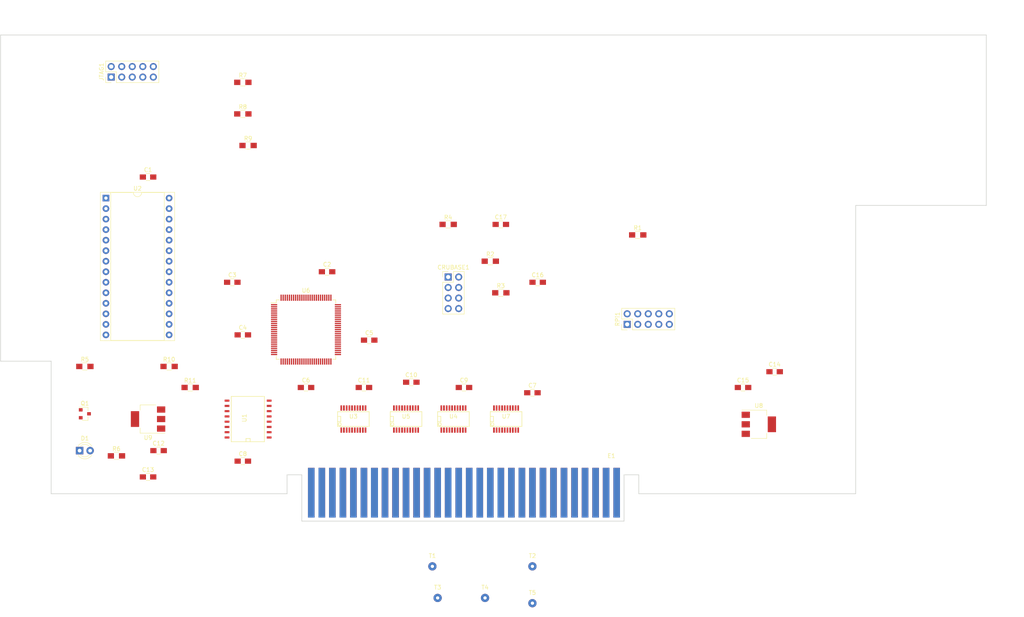
<source format=kicad_pcb>
(kicad_pcb (version 4) (host pcbnew 4.0.7)

  (general
    (links 222)
    (no_connects 222)
    (area 91.364999 57.742045 341.149715 206.815)
    (thickness 1.6)
    (drawings 28)
    (tracks 0)
    (zones 0)
    (modules 48)
    (nets 163)
  )

  (page USLedger)
  (title_block
    (date 2017-08-13)
  )

  (layers
    (0 F.Cu signal)
    (31 B.Cu signal)
    (32 B.Adhes user)
    (33 F.Adhes user)
    (34 B.Paste user)
    (35 F.Paste user)
    (36 B.SilkS user)
    (37 F.SilkS user)
    (38 B.Mask user)
    (39 F.Mask user)
    (40 Dwgs.User user)
    (41 Cmts.User user)
    (42 Eco1.User user)
    (43 Eco2.User user)
    (44 Edge.Cuts user)
    (45 Margin user)
    (46 B.CrtYd user)
    (47 F.CrtYd user)
    (48 B.Fab user)
    (49 F.Fab user)
  )

  (setup
    (last_trace_width 0.25)
    (trace_clearance 0.2)
    (zone_clearance 0.508)
    (zone_45_only no)
    (trace_min 0.2)
    (segment_width 0.2)
    (edge_width 0.15)
    (via_size 0.6)
    (via_drill 0.4)
    (via_min_size 0.4)
    (via_min_drill 0.3)
    (uvia_size 0.3)
    (uvia_drill 0.1)
    (uvias_allowed no)
    (uvia_min_size 0.2)
    (uvia_min_drill 0.1)
    (pcb_text_width 0.3)
    (pcb_text_size 1.5 1.5)
    (mod_edge_width 0.15)
    (mod_text_size 1 1)
    (mod_text_width 0.15)
    (pad_size 1.524 1.524)
    (pad_drill 0.762)
    (pad_to_mask_clearance 0.2)
    (aux_axis_origin 0 0)
    (visible_elements 7FFFFFFF)
    (pcbplotparams
      (layerselection 0x00030_80000001)
      (usegerberextensions false)
      (excludeedgelayer true)
      (linewidth 0.100000)
      (plotframeref false)
      (viasonmask false)
      (mode 1)
      (useauxorigin false)
      (hpglpennumber 1)
      (hpglpenspeed 20)
      (hpglpendiameter 15)
      (hpglpenoverlay 2)
      (psnegative false)
      (psa4output false)
      (plotreference true)
      (plotvalue true)
      (plotinvisibletext false)
      (padsonsilk false)
      (subtractmaskfromsilk false)
      (outputformat 1)
      (mirror false)
      (drillshape 1)
      (scaleselection 1)
      (outputdirectory ""))
  )

  (net 0 "")
  (net 1 GND)
  (net 2 +5V)
  (net 3 +3V3)
  (net 4 +8V)
  (net 5 "Net-(CRUBASE1-Pad1)")
  (net 6 CRUB_3)
  (net 7 CRUB_2)
  (net 8 CRUB_1)
  (net 9 CRUB_0)
  (net 10 "Net-(D1-Pad1)")
  (net 11 "Net-(D1-Pad2)")
  (net 12 "Net-(E1-Pad4)")
  (net 13 "Net-(E1-Pad2)")
  (net 14 "Net-(E1-Pad6)")
  (net 15 TI_AME)
  (net 16 RDBENA)
  (net 17 "Net-(E1-Pad13)")
  (net 18 "Net-(E1-Pad15)")
  (net 19 "Net-(E1-Pad17)")
  (net 20 TI_D7)
  (net 21 TI_D5)
  (net 22 TI_D3)
  (net 23 TI_D1)
  (net 24 TI_A14)
  (net 25 TI_A12)
  (net 26 TI_A10)
  (net 27 TI_A8)
  (net 28 TI_A6)
  (net 29 TI_A4)
  (net 30 TI_A2)
  (net 31 TI_A0)
  (net 32 TI_AMB)
  (net 33 TI_CRUCLK)
  (net 34 TI_CRUIN)
  (net 35 "Net-(E1-Pad57)")
  (net 36 "Net-(E1-Pad59)")
  (net 37 TI_AMD)
  (net 38 "Net-(E1-Pad10)")
  (net 39 "Net-(E1-Pad12)")
  (net 40 "Net-(E1-Pad14)")
  (net 41 "Net-(E1-Pad16)")
  (net 42 "Net-(E1-Pad18)")
  (net 43 TI_D6)
  (net 44 TI_D4)
  (net 45 TI_D2)
  (net 46 TI_D0)
  (net 47 TI_A15)
  (net 48 TI_A13)
  (net 49 TI_A11)
  (net 50 TI_A9)
  (net 51 TI_A7)
  (net 52 TI_A5)
  (net 53 TI_A3)
  (net 54 TI_A1)
  (net 55 TI_AMA)
  (net 56 TI_AMC)
  (net 57 TI_PH3)
  (net 58 TI_DBIN)
  (net 59 TI_WE)
  (net 60 "Net-(E1-Pad58)")
  (net 61 "Net-(E1-Pad60)")
  (net 62 JTAG_TCK)
  (net 63 JTAG_TDO)
  (net 64 JTAG_TMS)
  (net 65 "Net-(JTAG1-Pad6)")
  (net 66 "Net-(JTAG1-Pad7)")
  (net 67 "Net-(JTAG1-Pad8)")
  (net 68 JTAG_TDI)
  (net 69 "Net-(Q1-Pad1)")
  (net 70 "Net-(R1-Pad2)")
  (net 71 "Net-(R2-Pad2)")
  (net 72 "Net-(R3-Pad2)")
  (net 73 LED0)
  (net 74 R_CLK)
  (net 75 R_RT)
  (net 76 R_LE)
  (net 77 R_RESET)
  (net 78 R_DC)
  (net 79 R_DIN)
  (net 80 R_DOUT)
  (net 81 "Net-(RPi1-Pad10)")
  (net 82 "Net-(T1-Pad1)")
  (net 83 "Net-(T2-Pad1)")
  (net 84 "Net-(T3-Pad1)")
  (net 85 "Net-(T4-Pad1)")
  (net 86 B_MEMEN)
  (net 87 "Net-(U1-Pad9)")
  (net 88 "Net-(U1-Pad10)")
  (net 89 "Net-(U1-Pad11)")
  (net 90 "Net-(U1-Pad12)")
  (net 91 "Net-(U1-Pad13)")
  (net 92 "Net-(U1-Pad14)")
  (net 93 "Net-(U1-Pad15)")
  (net 94 TP_D3)
  (net 95 B_A3)
  (net 96 TP_D4)
  (net 97 B_A8)
  (net 98 TP_D5)
  (net 99 B_A9)
  (net 100 TP_D6)
  (net 101 B_A10)
  (net 102 TP_D7)
  (net 103 B_A11)
  (net 104 DSR_EN)
  (net 105 B_A12)
  (net 106 B_A5)
  (net 107 B_A13)
  (net 108 B_A14)
  (net 109 B_A4)
  (net 110 B_A15)
  (net 111 B_A6)
  (net 112 TP_D0)
  (net 113 B_A7)
  (net 114 TP_D1)
  (net 115 DSR_B0)
  (net 116 TP_D2)
  (net 117 DSR_B1)
  (net 118 "Net-(U3-Pad3)")
  (net 119 "Net-(U3-Pad5)")
  (net 120 "Net-(U3-Pad7)")
  (net 121 B_DBIN)
  (net 122 "Net-(U3-Pad13)")
  (net 123 B_PH3)
  (net 124 "Net-(U3-Pad15)")
  (net 125 B_CRUCLK)
  (net 126 "Net-(U3-Pad17)")
  (net 127 B_WE)
  (net 128 DB_EN)
  (net 129 B_A2)
  (net 130 B_A1)
  (net 131 B_A0)
  (net 132 "Net-(U6-Pad9)")
  (net 133 "Net-(U6-Pad10)")
  (net 134 "Net-(U6-Pad19)")
  (net 135 "Net-(U6-Pad20)")
  (net 136 "Net-(U6-Pad24)")
  (net 137 "Net-(U6-Pad25)")
  (net 138 "Net-(U6-Pad28)")
  (net 139 "Net-(U6-Pad32)")
  (net 140 DB_DIR)
  (net 141 "Net-(U6-Pad34)")
  (net 142 "Net-(U6-Pad36)")
  (net 143 "Net-(U6-Pad37)")
  (net 144 "Net-(U6-Pad39)")
  (net 145 "Net-(U6-Pad40)")
  (net 146 "Net-(U6-Pad41)")
  (net 147 "Net-(U6-Pad42)")
  (net 148 "Net-(U6-Pad43)")
  (net 149 "Net-(U6-Pad46)")
  (net 150 "Net-(U6-Pad49)")
  (net 151 "Net-(U6-Pad50)")
  (net 152 "Net-(U6-Pad53)")
  (net 153 "Net-(U6-Pad54)")
  (net 154 "Net-(U6-Pad55)")
  (net 155 "Net-(U6-Pad56)")
  (net 156 "Net-(U6-Pad58)")
  (net 157 "Net-(U6-Pad59)")
  (net 158 "Net-(U6-Pad60)")
  (net 159 "Net-(U6-Pad63)")
  (net 160 "Net-(U6-Pad64)")
  (net 161 "Net-(U6-Pad74)")
  (net 162 "Net-(U6-Pad76)")

  (net_class Default "This is the default net class."
    (clearance 0.2)
    (trace_width 0.25)
    (via_dia 0.6)
    (via_drill 0.4)
    (uvia_dia 0.3)
    (uvia_drill 0.1)
    (add_net +3V3)
    (add_net +5V)
    (add_net +8V)
    (add_net B_A0)
    (add_net B_A1)
    (add_net B_A10)
    (add_net B_A11)
    (add_net B_A12)
    (add_net B_A13)
    (add_net B_A14)
    (add_net B_A15)
    (add_net B_A2)
    (add_net B_A3)
    (add_net B_A4)
    (add_net B_A5)
    (add_net B_A6)
    (add_net B_A7)
    (add_net B_A8)
    (add_net B_A9)
    (add_net B_CRUCLK)
    (add_net B_DBIN)
    (add_net B_MEMEN)
    (add_net B_PH3)
    (add_net B_WE)
    (add_net CRUB_0)
    (add_net CRUB_1)
    (add_net CRUB_2)
    (add_net CRUB_3)
    (add_net DB_DIR)
    (add_net DB_EN)
    (add_net DSR_B0)
    (add_net DSR_B1)
    (add_net DSR_EN)
    (add_net GND)
    (add_net JTAG_TCK)
    (add_net JTAG_TDI)
    (add_net JTAG_TDO)
    (add_net JTAG_TMS)
    (add_net LED0)
    (add_net "Net-(CRUBASE1-Pad1)")
    (add_net "Net-(D1-Pad1)")
    (add_net "Net-(D1-Pad2)")
    (add_net "Net-(E1-Pad10)")
    (add_net "Net-(E1-Pad12)")
    (add_net "Net-(E1-Pad13)")
    (add_net "Net-(E1-Pad14)")
    (add_net "Net-(E1-Pad15)")
    (add_net "Net-(E1-Pad16)")
    (add_net "Net-(E1-Pad17)")
    (add_net "Net-(E1-Pad18)")
    (add_net "Net-(E1-Pad2)")
    (add_net "Net-(E1-Pad4)")
    (add_net "Net-(E1-Pad57)")
    (add_net "Net-(E1-Pad58)")
    (add_net "Net-(E1-Pad59)")
    (add_net "Net-(E1-Pad6)")
    (add_net "Net-(E1-Pad60)")
    (add_net "Net-(JTAG1-Pad6)")
    (add_net "Net-(JTAG1-Pad7)")
    (add_net "Net-(JTAG1-Pad8)")
    (add_net "Net-(Q1-Pad1)")
    (add_net "Net-(R1-Pad2)")
    (add_net "Net-(R2-Pad2)")
    (add_net "Net-(R3-Pad2)")
    (add_net "Net-(RPi1-Pad10)")
    (add_net "Net-(T1-Pad1)")
    (add_net "Net-(T2-Pad1)")
    (add_net "Net-(T3-Pad1)")
    (add_net "Net-(T4-Pad1)")
    (add_net "Net-(U1-Pad10)")
    (add_net "Net-(U1-Pad11)")
    (add_net "Net-(U1-Pad12)")
    (add_net "Net-(U1-Pad13)")
    (add_net "Net-(U1-Pad14)")
    (add_net "Net-(U1-Pad15)")
    (add_net "Net-(U1-Pad9)")
    (add_net "Net-(U3-Pad13)")
    (add_net "Net-(U3-Pad15)")
    (add_net "Net-(U3-Pad17)")
    (add_net "Net-(U3-Pad3)")
    (add_net "Net-(U3-Pad5)")
    (add_net "Net-(U3-Pad7)")
    (add_net "Net-(U6-Pad10)")
    (add_net "Net-(U6-Pad19)")
    (add_net "Net-(U6-Pad20)")
    (add_net "Net-(U6-Pad24)")
    (add_net "Net-(U6-Pad25)")
    (add_net "Net-(U6-Pad28)")
    (add_net "Net-(U6-Pad32)")
    (add_net "Net-(U6-Pad34)")
    (add_net "Net-(U6-Pad36)")
    (add_net "Net-(U6-Pad37)")
    (add_net "Net-(U6-Pad39)")
    (add_net "Net-(U6-Pad40)")
    (add_net "Net-(U6-Pad41)")
    (add_net "Net-(U6-Pad42)")
    (add_net "Net-(U6-Pad43)")
    (add_net "Net-(U6-Pad46)")
    (add_net "Net-(U6-Pad49)")
    (add_net "Net-(U6-Pad50)")
    (add_net "Net-(U6-Pad53)")
    (add_net "Net-(U6-Pad54)")
    (add_net "Net-(U6-Pad55)")
    (add_net "Net-(U6-Pad56)")
    (add_net "Net-(U6-Pad58)")
    (add_net "Net-(U6-Pad59)")
    (add_net "Net-(U6-Pad60)")
    (add_net "Net-(U6-Pad63)")
    (add_net "Net-(U6-Pad64)")
    (add_net "Net-(U6-Pad74)")
    (add_net "Net-(U6-Pad76)")
    (add_net "Net-(U6-Pad9)")
    (add_net RDBENA)
    (add_net R_CLK)
    (add_net R_DC)
    (add_net R_DIN)
    (add_net R_DOUT)
    (add_net R_LE)
    (add_net R_RESET)
    (add_net R_RT)
    (add_net TI_A0)
    (add_net TI_A1)
    (add_net TI_A10)
    (add_net TI_A11)
    (add_net TI_A12)
    (add_net TI_A13)
    (add_net TI_A14)
    (add_net TI_A15)
    (add_net TI_A2)
    (add_net TI_A3)
    (add_net TI_A4)
    (add_net TI_A5)
    (add_net TI_A6)
    (add_net TI_A7)
    (add_net TI_A8)
    (add_net TI_A9)
    (add_net TI_AMA)
    (add_net TI_AMB)
    (add_net TI_AMC)
    (add_net TI_AMD)
    (add_net TI_AME)
    (add_net TI_CRUCLK)
    (add_net TI_CRUIN)
    (add_net TI_D0)
    (add_net TI_D1)
    (add_net TI_D2)
    (add_net TI_D3)
    (add_net TI_D4)
    (add_net TI_D5)
    (add_net TI_D6)
    (add_net TI_D7)
    (add_net TI_DBIN)
    (add_net TI_PH3)
    (add_net TI_WE)
    (add_net TP_D0)
    (add_net TP_D1)
    (add_net TP_D2)
    (add_net TP_D3)
    (add_net TP_D4)
    (add_net TP_D5)
    (add_net TP_D6)
    (add_net TP_D7)
  )

  (module Capacitors_SMD:C_0805_HandSoldering (layer F.Cu) (tedit 58AA84A8) (tstamp 59F802AA)
    (at 127 100.33)
    (descr "Capacitor SMD 0805, hand soldering")
    (tags "capacitor 0805")
    (path /59C76A23)
    (attr smd)
    (fp_text reference C1 (at 0 -1.75) (layer F.SilkS)
      (effects (font (size 1 1) (thickness 0.15)))
    )
    (fp_text value 0.1uf (at 0 1.75) (layer F.Fab)
      (effects (font (size 1 1) (thickness 0.15)))
    )
    (fp_text user %R (at 0 -1.75) (layer F.Fab)
      (effects (font (size 1 1) (thickness 0.15)))
    )
    (fp_line (start -1 0.62) (end -1 -0.62) (layer F.Fab) (width 0.1))
    (fp_line (start 1 0.62) (end -1 0.62) (layer F.Fab) (width 0.1))
    (fp_line (start 1 -0.62) (end 1 0.62) (layer F.Fab) (width 0.1))
    (fp_line (start -1 -0.62) (end 1 -0.62) (layer F.Fab) (width 0.1))
    (fp_line (start 0.5 -0.85) (end -0.5 -0.85) (layer F.SilkS) (width 0.12))
    (fp_line (start -0.5 0.85) (end 0.5 0.85) (layer F.SilkS) (width 0.12))
    (fp_line (start -2.25 -0.88) (end 2.25 -0.88) (layer F.CrtYd) (width 0.05))
    (fp_line (start -2.25 -0.88) (end -2.25 0.87) (layer F.CrtYd) (width 0.05))
    (fp_line (start 2.25 0.87) (end 2.25 -0.88) (layer F.CrtYd) (width 0.05))
    (fp_line (start 2.25 0.87) (end -2.25 0.87) (layer F.CrtYd) (width 0.05))
    (pad 1 smd rect (at -1.25 0) (size 1.5 1.25) (layers F.Cu F.Paste F.Mask)
      (net 1 GND))
    (pad 2 smd rect (at 1.25 0) (size 1.5 1.25) (layers F.Cu F.Paste F.Mask)
      (net 2 +5V))
    (model Capacitors_SMD.3dshapes/C_0805.wrl
      (at (xyz 0 0 0))
      (scale (xyz 1 1 1))
      (rotate (xyz 0 0 0))
    )
  )

  (module Capacitors_SMD:C_0805_HandSoldering (layer F.Cu) (tedit 58AA84A8) (tstamp 59F802B0)
    (at 170.18 123.19)
    (descr "Capacitor SMD 0805, hand soldering")
    (tags "capacitor 0805")
    (path /59595B0D)
    (attr smd)
    (fp_text reference C2 (at 0 -1.75) (layer F.SilkS)
      (effects (font (size 1 1) (thickness 0.15)))
    )
    (fp_text value 0.1uf (at 0 1.75) (layer F.Fab)
      (effects (font (size 1 1) (thickness 0.15)))
    )
    (fp_text user %R (at 0 -1.75) (layer F.Fab)
      (effects (font (size 1 1) (thickness 0.15)))
    )
    (fp_line (start -1 0.62) (end -1 -0.62) (layer F.Fab) (width 0.1))
    (fp_line (start 1 0.62) (end -1 0.62) (layer F.Fab) (width 0.1))
    (fp_line (start 1 -0.62) (end 1 0.62) (layer F.Fab) (width 0.1))
    (fp_line (start -1 -0.62) (end 1 -0.62) (layer F.Fab) (width 0.1))
    (fp_line (start 0.5 -0.85) (end -0.5 -0.85) (layer F.SilkS) (width 0.12))
    (fp_line (start -0.5 0.85) (end 0.5 0.85) (layer F.SilkS) (width 0.12))
    (fp_line (start -2.25 -0.88) (end 2.25 -0.88) (layer F.CrtYd) (width 0.05))
    (fp_line (start -2.25 -0.88) (end -2.25 0.87) (layer F.CrtYd) (width 0.05))
    (fp_line (start 2.25 0.87) (end 2.25 -0.88) (layer F.CrtYd) (width 0.05))
    (fp_line (start 2.25 0.87) (end -2.25 0.87) (layer F.CrtYd) (width 0.05))
    (pad 1 smd rect (at -1.25 0) (size 1.5 1.25) (layers F.Cu F.Paste F.Mask)
      (net 1 GND))
    (pad 2 smd rect (at 1.25 0) (size 1.5 1.25) (layers F.Cu F.Paste F.Mask)
      (net 2 +5V))
    (model Capacitors_SMD.3dshapes/C_0805.wrl
      (at (xyz 0 0 0))
      (scale (xyz 1 1 1))
      (rotate (xyz 0 0 0))
    )
  )

  (module Capacitors_SMD:C_0805_HandSoldering (layer F.Cu) (tedit 58AA84A8) (tstamp 59F802B6)
    (at 147.32 125.73)
    (descr "Capacitor SMD 0805, hand soldering")
    (tags "capacitor 0805")
    (path /59C76B96)
    (attr smd)
    (fp_text reference C3 (at 0 -1.75) (layer F.SilkS)
      (effects (font (size 1 1) (thickness 0.15)))
    )
    (fp_text value 0.1uf (at 0 1.75) (layer F.Fab)
      (effects (font (size 1 1) (thickness 0.15)))
    )
    (fp_text user %R (at 0 -1.75) (layer F.Fab)
      (effects (font (size 1 1) (thickness 0.15)))
    )
    (fp_line (start -1 0.62) (end -1 -0.62) (layer F.Fab) (width 0.1))
    (fp_line (start 1 0.62) (end -1 0.62) (layer F.Fab) (width 0.1))
    (fp_line (start 1 -0.62) (end 1 0.62) (layer F.Fab) (width 0.1))
    (fp_line (start -1 -0.62) (end 1 -0.62) (layer F.Fab) (width 0.1))
    (fp_line (start 0.5 -0.85) (end -0.5 -0.85) (layer F.SilkS) (width 0.12))
    (fp_line (start -0.5 0.85) (end 0.5 0.85) (layer F.SilkS) (width 0.12))
    (fp_line (start -2.25 -0.88) (end 2.25 -0.88) (layer F.CrtYd) (width 0.05))
    (fp_line (start -2.25 -0.88) (end -2.25 0.87) (layer F.CrtYd) (width 0.05))
    (fp_line (start 2.25 0.87) (end 2.25 -0.88) (layer F.CrtYd) (width 0.05))
    (fp_line (start 2.25 0.87) (end -2.25 0.87) (layer F.CrtYd) (width 0.05))
    (pad 1 smd rect (at -1.25 0) (size 1.5 1.25) (layers F.Cu F.Paste F.Mask)
      (net 1 GND))
    (pad 2 smd rect (at 1.25 0) (size 1.5 1.25) (layers F.Cu F.Paste F.Mask)
      (net 2 +5V))
    (model Capacitors_SMD.3dshapes/C_0805.wrl
      (at (xyz 0 0 0))
      (scale (xyz 1 1 1))
      (rotate (xyz 0 0 0))
    )
  )

  (module Capacitors_SMD:C_0805_HandSoldering (layer F.Cu) (tedit 58AA84A8) (tstamp 59F802BC)
    (at 149.86 138.43)
    (descr "Capacitor SMD 0805, hand soldering")
    (tags "capacitor 0805")
    (path /59C76D70)
    (attr smd)
    (fp_text reference C4 (at 0 -1.75) (layer F.SilkS)
      (effects (font (size 1 1) (thickness 0.15)))
    )
    (fp_text value 0.1uf (at 0 1.75) (layer F.Fab)
      (effects (font (size 1 1) (thickness 0.15)))
    )
    (fp_text user %R (at 0 -1.75) (layer F.Fab)
      (effects (font (size 1 1) (thickness 0.15)))
    )
    (fp_line (start -1 0.62) (end -1 -0.62) (layer F.Fab) (width 0.1))
    (fp_line (start 1 0.62) (end -1 0.62) (layer F.Fab) (width 0.1))
    (fp_line (start 1 -0.62) (end 1 0.62) (layer F.Fab) (width 0.1))
    (fp_line (start -1 -0.62) (end 1 -0.62) (layer F.Fab) (width 0.1))
    (fp_line (start 0.5 -0.85) (end -0.5 -0.85) (layer F.SilkS) (width 0.12))
    (fp_line (start -0.5 0.85) (end 0.5 0.85) (layer F.SilkS) (width 0.12))
    (fp_line (start -2.25 -0.88) (end 2.25 -0.88) (layer F.CrtYd) (width 0.05))
    (fp_line (start -2.25 -0.88) (end -2.25 0.87) (layer F.CrtYd) (width 0.05))
    (fp_line (start 2.25 0.87) (end 2.25 -0.88) (layer F.CrtYd) (width 0.05))
    (fp_line (start 2.25 0.87) (end -2.25 0.87) (layer F.CrtYd) (width 0.05))
    (pad 1 smd rect (at -1.25 0) (size 1.5 1.25) (layers F.Cu F.Paste F.Mask)
      (net 1 GND))
    (pad 2 smd rect (at 1.25 0) (size 1.5 1.25) (layers F.Cu F.Paste F.Mask)
      (net 2 +5V))
    (model Capacitors_SMD.3dshapes/C_0805.wrl
      (at (xyz 0 0 0))
      (scale (xyz 1 1 1))
      (rotate (xyz 0 0 0))
    )
  )

  (module Capacitors_SMD:C_0805_HandSoldering (layer F.Cu) (tedit 58AA84A8) (tstamp 59F802C2)
    (at 180.34 139.7)
    (descr "Capacitor SMD 0805, hand soldering")
    (tags "capacitor 0805")
    (path /596F0E7F)
    (attr smd)
    (fp_text reference C5 (at 0 -1.75) (layer F.SilkS)
      (effects (font (size 1 1) (thickness 0.15)))
    )
    (fp_text value 0.1uf (at 0 1.75) (layer F.Fab)
      (effects (font (size 1 1) (thickness 0.15)))
    )
    (fp_text user %R (at 0 -1.75) (layer F.Fab)
      (effects (font (size 1 1) (thickness 0.15)))
    )
    (fp_line (start -1 0.62) (end -1 -0.62) (layer F.Fab) (width 0.1))
    (fp_line (start 1 0.62) (end -1 0.62) (layer F.Fab) (width 0.1))
    (fp_line (start 1 -0.62) (end 1 0.62) (layer F.Fab) (width 0.1))
    (fp_line (start -1 -0.62) (end 1 -0.62) (layer F.Fab) (width 0.1))
    (fp_line (start 0.5 -0.85) (end -0.5 -0.85) (layer F.SilkS) (width 0.12))
    (fp_line (start -0.5 0.85) (end 0.5 0.85) (layer F.SilkS) (width 0.12))
    (fp_line (start -2.25 -0.88) (end 2.25 -0.88) (layer F.CrtYd) (width 0.05))
    (fp_line (start -2.25 -0.88) (end -2.25 0.87) (layer F.CrtYd) (width 0.05))
    (fp_line (start 2.25 0.87) (end 2.25 -0.88) (layer F.CrtYd) (width 0.05))
    (fp_line (start 2.25 0.87) (end -2.25 0.87) (layer F.CrtYd) (width 0.05))
    (pad 1 smd rect (at -1.25 0) (size 1.5 1.25) (layers F.Cu F.Paste F.Mask)
      (net 3 +3V3))
    (pad 2 smd rect (at 1.25 0) (size 1.5 1.25) (layers F.Cu F.Paste F.Mask)
      (net 1 GND))
    (model Capacitors_SMD.3dshapes/C_0805.wrl
      (at (xyz 0 0 0))
      (scale (xyz 1 1 1))
      (rotate (xyz 0 0 0))
    )
  )

  (module Capacitors_SMD:C_0805_HandSoldering (layer F.Cu) (tedit 58AA84A8) (tstamp 59F802C8)
    (at 165.1 151.13)
    (descr "Capacitor SMD 0805, hand soldering")
    (tags "capacitor 0805")
    (path /596F0E6D)
    (attr smd)
    (fp_text reference C6 (at 0 -1.75) (layer F.SilkS)
      (effects (font (size 1 1) (thickness 0.15)))
    )
    (fp_text value 0.1uf (at 0 1.75) (layer F.Fab)
      (effects (font (size 1 1) (thickness 0.15)))
    )
    (fp_text user %R (at 0 -1.75) (layer F.Fab)
      (effects (font (size 1 1) (thickness 0.15)))
    )
    (fp_line (start -1 0.62) (end -1 -0.62) (layer F.Fab) (width 0.1))
    (fp_line (start 1 0.62) (end -1 0.62) (layer F.Fab) (width 0.1))
    (fp_line (start 1 -0.62) (end 1 0.62) (layer F.Fab) (width 0.1))
    (fp_line (start -1 -0.62) (end 1 -0.62) (layer F.Fab) (width 0.1))
    (fp_line (start 0.5 -0.85) (end -0.5 -0.85) (layer F.SilkS) (width 0.12))
    (fp_line (start -0.5 0.85) (end 0.5 0.85) (layer F.SilkS) (width 0.12))
    (fp_line (start -2.25 -0.88) (end 2.25 -0.88) (layer F.CrtYd) (width 0.05))
    (fp_line (start -2.25 -0.88) (end -2.25 0.87) (layer F.CrtYd) (width 0.05))
    (fp_line (start 2.25 0.87) (end 2.25 -0.88) (layer F.CrtYd) (width 0.05))
    (fp_line (start 2.25 0.87) (end -2.25 0.87) (layer F.CrtYd) (width 0.05))
    (pad 1 smd rect (at -1.25 0) (size 1.5 1.25) (layers F.Cu F.Paste F.Mask)
      (net 3 +3V3))
    (pad 2 smd rect (at 1.25 0) (size 1.5 1.25) (layers F.Cu F.Paste F.Mask)
      (net 1 GND))
    (model Capacitors_SMD.3dshapes/C_0805.wrl
      (at (xyz 0 0 0))
      (scale (xyz 1 1 1))
      (rotate (xyz 0 0 0))
    )
  )

  (module Capacitors_SMD:C_0805_HandSoldering (layer F.Cu) (tedit 58AA84A8) (tstamp 59F802CE)
    (at 219.71 152.4)
    (descr "Capacitor SMD 0805, hand soldering")
    (tags "capacitor 0805")
    (path /596F0DF9)
    (attr smd)
    (fp_text reference C7 (at 0 -1.75) (layer F.SilkS)
      (effects (font (size 1 1) (thickness 0.15)))
    )
    (fp_text value 0.1uf (at 0 1.75) (layer F.Fab)
      (effects (font (size 1 1) (thickness 0.15)))
    )
    (fp_text user %R (at 0 -1.75) (layer F.Fab)
      (effects (font (size 1 1) (thickness 0.15)))
    )
    (fp_line (start -1 0.62) (end -1 -0.62) (layer F.Fab) (width 0.1))
    (fp_line (start 1 0.62) (end -1 0.62) (layer F.Fab) (width 0.1))
    (fp_line (start 1 -0.62) (end 1 0.62) (layer F.Fab) (width 0.1))
    (fp_line (start -1 -0.62) (end 1 -0.62) (layer F.Fab) (width 0.1))
    (fp_line (start 0.5 -0.85) (end -0.5 -0.85) (layer F.SilkS) (width 0.12))
    (fp_line (start -0.5 0.85) (end 0.5 0.85) (layer F.SilkS) (width 0.12))
    (fp_line (start -2.25 -0.88) (end 2.25 -0.88) (layer F.CrtYd) (width 0.05))
    (fp_line (start -2.25 -0.88) (end -2.25 0.87) (layer F.CrtYd) (width 0.05))
    (fp_line (start 2.25 0.87) (end 2.25 -0.88) (layer F.CrtYd) (width 0.05))
    (fp_line (start 2.25 0.87) (end -2.25 0.87) (layer F.CrtYd) (width 0.05))
    (pad 1 smd rect (at -1.25 0) (size 1.5 1.25) (layers F.Cu F.Paste F.Mask)
      (net 3 +3V3))
    (pad 2 smd rect (at 1.25 0) (size 1.5 1.25) (layers F.Cu F.Paste F.Mask)
      (net 1 GND))
    (model Capacitors_SMD.3dshapes/C_0805.wrl
      (at (xyz 0 0 0))
      (scale (xyz 1 1 1))
      (rotate (xyz 0 0 0))
    )
  )

  (module Capacitors_SMD:C_0805_HandSoldering (layer F.Cu) (tedit 58AA84A8) (tstamp 59F802D4)
    (at 149.86 168.91)
    (descr "Capacitor SMD 0805, hand soldering")
    (tags "capacitor 0805")
    (path /59C76E70)
    (attr smd)
    (fp_text reference C8 (at 0 -1.75) (layer F.SilkS)
      (effects (font (size 1 1) (thickness 0.15)))
    )
    (fp_text value 0.1uf (at 0 1.75) (layer F.Fab)
      (effects (font (size 1 1) (thickness 0.15)))
    )
    (fp_text user %R (at 0 -1.75) (layer F.Fab)
      (effects (font (size 1 1) (thickness 0.15)))
    )
    (fp_line (start -1 0.62) (end -1 -0.62) (layer F.Fab) (width 0.1))
    (fp_line (start 1 0.62) (end -1 0.62) (layer F.Fab) (width 0.1))
    (fp_line (start 1 -0.62) (end 1 0.62) (layer F.Fab) (width 0.1))
    (fp_line (start -1 -0.62) (end 1 -0.62) (layer F.Fab) (width 0.1))
    (fp_line (start 0.5 -0.85) (end -0.5 -0.85) (layer F.SilkS) (width 0.12))
    (fp_line (start -0.5 0.85) (end 0.5 0.85) (layer F.SilkS) (width 0.12))
    (fp_line (start -2.25 -0.88) (end 2.25 -0.88) (layer F.CrtYd) (width 0.05))
    (fp_line (start -2.25 -0.88) (end -2.25 0.87) (layer F.CrtYd) (width 0.05))
    (fp_line (start 2.25 0.87) (end 2.25 -0.88) (layer F.CrtYd) (width 0.05))
    (fp_line (start 2.25 0.87) (end -2.25 0.87) (layer F.CrtYd) (width 0.05))
    (pad 1 smd rect (at -1.25 0) (size 1.5 1.25) (layers F.Cu F.Paste F.Mask)
      (net 1 GND))
    (pad 2 smd rect (at 1.25 0) (size 1.5 1.25) (layers F.Cu F.Paste F.Mask)
      (net 2 +5V))
    (model Capacitors_SMD.3dshapes/C_0805.wrl
      (at (xyz 0 0 0))
      (scale (xyz 1 1 1))
      (rotate (xyz 0 0 0))
    )
  )

  (module Capacitors_SMD:C_0805_HandSoldering (layer F.Cu) (tedit 58AA84A8) (tstamp 59F802DA)
    (at 203.2 151.13)
    (descr "Capacitor SMD 0805, hand soldering")
    (tags "capacitor 0805")
    (path /5917FDFE)
    (attr smd)
    (fp_text reference C9 (at 0 -1.75) (layer F.SilkS)
      (effects (font (size 1 1) (thickness 0.15)))
    )
    (fp_text value 0.1uf (at 0 1.75) (layer F.Fab)
      (effects (font (size 1 1) (thickness 0.15)))
    )
    (fp_text user %R (at 0 -1.75) (layer F.Fab)
      (effects (font (size 1 1) (thickness 0.15)))
    )
    (fp_line (start -1 0.62) (end -1 -0.62) (layer F.Fab) (width 0.1))
    (fp_line (start 1 0.62) (end -1 0.62) (layer F.Fab) (width 0.1))
    (fp_line (start 1 -0.62) (end 1 0.62) (layer F.Fab) (width 0.1))
    (fp_line (start -1 -0.62) (end 1 -0.62) (layer F.Fab) (width 0.1))
    (fp_line (start 0.5 -0.85) (end -0.5 -0.85) (layer F.SilkS) (width 0.12))
    (fp_line (start -0.5 0.85) (end 0.5 0.85) (layer F.SilkS) (width 0.12))
    (fp_line (start -2.25 -0.88) (end 2.25 -0.88) (layer F.CrtYd) (width 0.05))
    (fp_line (start -2.25 -0.88) (end -2.25 0.87) (layer F.CrtYd) (width 0.05))
    (fp_line (start 2.25 0.87) (end 2.25 -0.88) (layer F.CrtYd) (width 0.05))
    (fp_line (start 2.25 0.87) (end -2.25 0.87) (layer F.CrtYd) (width 0.05))
    (pad 1 smd rect (at -1.25 0) (size 1.5 1.25) (layers F.Cu F.Paste F.Mask)
      (net 3 +3V3))
    (pad 2 smd rect (at 1.25 0) (size 1.5 1.25) (layers F.Cu F.Paste F.Mask)
      (net 1 GND))
    (model Capacitors_SMD.3dshapes/C_0805.wrl
      (at (xyz 0 0 0))
      (scale (xyz 1 1 1))
      (rotate (xyz 0 0 0))
    )
  )

  (module Capacitors_SMD:C_0805_HandSoldering (layer F.Cu) (tedit 58AA84A8) (tstamp 59F802E0)
    (at 190.5 149.86)
    (descr "Capacitor SMD 0805, hand soldering")
    (tags "capacitor 0805")
    (path /596F064F)
    (attr smd)
    (fp_text reference C10 (at 0 -1.75) (layer F.SilkS)
      (effects (font (size 1 1) (thickness 0.15)))
    )
    (fp_text value 0.1uf (at 0 1.75) (layer F.Fab)
      (effects (font (size 1 1) (thickness 0.15)))
    )
    (fp_text user %R (at 0 -1.75) (layer F.Fab)
      (effects (font (size 1 1) (thickness 0.15)))
    )
    (fp_line (start -1 0.62) (end -1 -0.62) (layer F.Fab) (width 0.1))
    (fp_line (start 1 0.62) (end -1 0.62) (layer F.Fab) (width 0.1))
    (fp_line (start 1 -0.62) (end 1 0.62) (layer F.Fab) (width 0.1))
    (fp_line (start -1 -0.62) (end 1 -0.62) (layer F.Fab) (width 0.1))
    (fp_line (start 0.5 -0.85) (end -0.5 -0.85) (layer F.SilkS) (width 0.12))
    (fp_line (start -0.5 0.85) (end 0.5 0.85) (layer F.SilkS) (width 0.12))
    (fp_line (start -2.25 -0.88) (end 2.25 -0.88) (layer F.CrtYd) (width 0.05))
    (fp_line (start -2.25 -0.88) (end -2.25 0.87) (layer F.CrtYd) (width 0.05))
    (fp_line (start 2.25 0.87) (end 2.25 -0.88) (layer F.CrtYd) (width 0.05))
    (fp_line (start 2.25 0.87) (end -2.25 0.87) (layer F.CrtYd) (width 0.05))
    (pad 1 smd rect (at -1.25 0) (size 1.5 1.25) (layers F.Cu F.Paste F.Mask)
      (net 3 +3V3))
    (pad 2 smd rect (at 1.25 0) (size 1.5 1.25) (layers F.Cu F.Paste F.Mask)
      (net 1 GND))
    (model Capacitors_SMD.3dshapes/C_0805.wrl
      (at (xyz 0 0 0))
      (scale (xyz 1 1 1))
      (rotate (xyz 0 0 0))
    )
  )

  (module Capacitors_SMD:C_0805_HandSoldering (layer F.Cu) (tedit 58AA84A8) (tstamp 59F802E6)
    (at 179.07 151.13)
    (descr "Capacitor SMD 0805, hand soldering")
    (tags "capacitor 0805")
    (path /596F06B9)
    (attr smd)
    (fp_text reference C11 (at 0 -1.75) (layer F.SilkS)
      (effects (font (size 1 1) (thickness 0.15)))
    )
    (fp_text value 0.1uf (at 0 1.75) (layer F.Fab)
      (effects (font (size 1 1) (thickness 0.15)))
    )
    (fp_text user %R (at 0 -1.75) (layer F.Fab)
      (effects (font (size 1 1) (thickness 0.15)))
    )
    (fp_line (start -1 0.62) (end -1 -0.62) (layer F.Fab) (width 0.1))
    (fp_line (start 1 0.62) (end -1 0.62) (layer F.Fab) (width 0.1))
    (fp_line (start 1 -0.62) (end 1 0.62) (layer F.Fab) (width 0.1))
    (fp_line (start -1 -0.62) (end 1 -0.62) (layer F.Fab) (width 0.1))
    (fp_line (start 0.5 -0.85) (end -0.5 -0.85) (layer F.SilkS) (width 0.12))
    (fp_line (start -0.5 0.85) (end 0.5 0.85) (layer F.SilkS) (width 0.12))
    (fp_line (start -2.25 -0.88) (end 2.25 -0.88) (layer F.CrtYd) (width 0.05))
    (fp_line (start -2.25 -0.88) (end -2.25 0.87) (layer F.CrtYd) (width 0.05))
    (fp_line (start 2.25 0.87) (end 2.25 -0.88) (layer F.CrtYd) (width 0.05))
    (fp_line (start 2.25 0.87) (end -2.25 0.87) (layer F.CrtYd) (width 0.05))
    (pad 1 smd rect (at -1.25 0) (size 1.5 1.25) (layers F.Cu F.Paste F.Mask)
      (net 3 +3V3))
    (pad 2 smd rect (at 1.25 0) (size 1.5 1.25) (layers F.Cu F.Paste F.Mask)
      (net 1 GND))
    (model Capacitors_SMD.3dshapes/C_0805.wrl
      (at (xyz 0 0 0))
      (scale (xyz 1 1 1))
      (rotate (xyz 0 0 0))
    )
  )

  (module Capacitors_SMD:C_0805_HandSoldering (layer F.Cu) (tedit 58AA84A8) (tstamp 59F802EC)
    (at 129.54 166.37)
    (descr "Capacitor SMD 0805, hand soldering")
    (tags "capacitor 0805")
    (path /596F06CB)
    (attr smd)
    (fp_text reference C12 (at 0 -1.75) (layer F.SilkS)
      (effects (font (size 1 1) (thickness 0.15)))
    )
    (fp_text value 0.1uf (at 0 1.75) (layer F.Fab)
      (effects (font (size 1 1) (thickness 0.15)))
    )
    (fp_text user %R (at 0 -1.75) (layer F.Fab)
      (effects (font (size 1 1) (thickness 0.15)))
    )
    (fp_line (start -1 0.62) (end -1 -0.62) (layer F.Fab) (width 0.1))
    (fp_line (start 1 0.62) (end -1 0.62) (layer F.Fab) (width 0.1))
    (fp_line (start 1 -0.62) (end 1 0.62) (layer F.Fab) (width 0.1))
    (fp_line (start -1 -0.62) (end 1 -0.62) (layer F.Fab) (width 0.1))
    (fp_line (start 0.5 -0.85) (end -0.5 -0.85) (layer F.SilkS) (width 0.12))
    (fp_line (start -0.5 0.85) (end 0.5 0.85) (layer F.SilkS) (width 0.12))
    (fp_line (start -2.25 -0.88) (end 2.25 -0.88) (layer F.CrtYd) (width 0.05))
    (fp_line (start -2.25 -0.88) (end -2.25 0.87) (layer F.CrtYd) (width 0.05))
    (fp_line (start 2.25 0.87) (end 2.25 -0.88) (layer F.CrtYd) (width 0.05))
    (fp_line (start 2.25 0.87) (end -2.25 0.87) (layer F.CrtYd) (width 0.05))
    (pad 1 smd rect (at -1.25 0) (size 1.5 1.25) (layers F.Cu F.Paste F.Mask)
      (net 3 +3V3))
    (pad 2 smd rect (at 1.25 0) (size 1.5 1.25) (layers F.Cu F.Paste F.Mask)
      (net 1 GND))
    (model Capacitors_SMD.3dshapes/C_0805.wrl
      (at (xyz 0 0 0))
      (scale (xyz 1 1 1))
      (rotate (xyz 0 0 0))
    )
  )

  (module Capacitors_SMD:C_0805_HandSoldering (layer F.Cu) (tedit 58AA84A8) (tstamp 59F802F2)
    (at 127 172.72)
    (descr "Capacitor SMD 0805, hand soldering")
    (tags "capacitor 0805")
    (path /595963F1)
    (attr smd)
    (fp_text reference C13 (at 0 -1.75) (layer F.SilkS)
      (effects (font (size 1 1) (thickness 0.15)))
    )
    (fp_text value 0.1uf (at 0 1.75) (layer F.Fab)
      (effects (font (size 1 1) (thickness 0.15)))
    )
    (fp_text user %R (at 0 -1.75) (layer F.Fab)
      (effects (font (size 1 1) (thickness 0.15)))
    )
    (fp_line (start -1 0.62) (end -1 -0.62) (layer F.Fab) (width 0.1))
    (fp_line (start 1 0.62) (end -1 0.62) (layer F.Fab) (width 0.1))
    (fp_line (start 1 -0.62) (end 1 0.62) (layer F.Fab) (width 0.1))
    (fp_line (start -1 -0.62) (end 1 -0.62) (layer F.Fab) (width 0.1))
    (fp_line (start 0.5 -0.85) (end -0.5 -0.85) (layer F.SilkS) (width 0.12))
    (fp_line (start -0.5 0.85) (end 0.5 0.85) (layer F.SilkS) (width 0.12))
    (fp_line (start -2.25 -0.88) (end 2.25 -0.88) (layer F.CrtYd) (width 0.05))
    (fp_line (start -2.25 -0.88) (end -2.25 0.87) (layer F.CrtYd) (width 0.05))
    (fp_line (start 2.25 0.87) (end 2.25 -0.88) (layer F.CrtYd) (width 0.05))
    (fp_line (start 2.25 0.87) (end -2.25 0.87) (layer F.CrtYd) (width 0.05))
    (pad 1 smd rect (at -1.25 0) (size 1.5 1.25) (layers F.Cu F.Paste F.Mask)
      (net 1 GND))
    (pad 2 smd rect (at 1.25 0) (size 1.5 1.25) (layers F.Cu F.Paste F.Mask)
      (net 2 +5V))
    (model Capacitors_SMD.3dshapes/C_0805.wrl
      (at (xyz 0 0 0))
      (scale (xyz 1 1 1))
      (rotate (xyz 0 0 0))
    )
  )

  (module Capacitors_SMD:C_0805_HandSoldering (layer F.Cu) (tedit 58AA84A8) (tstamp 59F802F8)
    (at 278.13 147.32)
    (descr "Capacitor SMD 0805, hand soldering")
    (tags "capacitor 0805")
    (path /594EB077)
    (attr smd)
    (fp_text reference C14 (at 0 -1.75) (layer F.SilkS)
      (effects (font (size 1 1) (thickness 0.15)))
    )
    (fp_text value 10uf (at 0 1.75) (layer F.Fab)
      (effects (font (size 1 1) (thickness 0.15)))
    )
    (fp_text user %R (at 0 -1.75) (layer F.Fab)
      (effects (font (size 1 1) (thickness 0.15)))
    )
    (fp_line (start -1 0.62) (end -1 -0.62) (layer F.Fab) (width 0.1))
    (fp_line (start 1 0.62) (end -1 0.62) (layer F.Fab) (width 0.1))
    (fp_line (start 1 -0.62) (end 1 0.62) (layer F.Fab) (width 0.1))
    (fp_line (start -1 -0.62) (end 1 -0.62) (layer F.Fab) (width 0.1))
    (fp_line (start 0.5 -0.85) (end -0.5 -0.85) (layer F.SilkS) (width 0.12))
    (fp_line (start -0.5 0.85) (end 0.5 0.85) (layer F.SilkS) (width 0.12))
    (fp_line (start -2.25 -0.88) (end 2.25 -0.88) (layer F.CrtYd) (width 0.05))
    (fp_line (start -2.25 -0.88) (end -2.25 0.87) (layer F.CrtYd) (width 0.05))
    (fp_line (start 2.25 0.87) (end 2.25 -0.88) (layer F.CrtYd) (width 0.05))
    (fp_line (start 2.25 0.87) (end -2.25 0.87) (layer F.CrtYd) (width 0.05))
    (pad 1 smd rect (at -1.25 0) (size 1.5 1.25) (layers F.Cu F.Paste F.Mask)
      (net 4 +8V))
    (pad 2 smd rect (at 1.25 0) (size 1.5 1.25) (layers F.Cu F.Paste F.Mask)
      (net 1 GND))
    (model Capacitors_SMD.3dshapes/C_0805.wrl
      (at (xyz 0 0 0))
      (scale (xyz 1 1 1))
      (rotate (xyz 0 0 0))
    )
  )

  (module Capacitors_SMD:C_0805_HandSoldering (layer F.Cu) (tedit 58AA84A8) (tstamp 59F802FE)
    (at 270.51 151.13)
    (descr "Capacitor SMD 0805, hand soldering")
    (tags "capacitor 0805")
    (path /59E1BE91)
    (attr smd)
    (fp_text reference C15 (at 0 -1.75) (layer F.SilkS)
      (effects (font (size 1 1) (thickness 0.15)))
    )
    (fp_text value 10uf (at 0 1.75) (layer F.Fab)
      (effects (font (size 1 1) (thickness 0.15)))
    )
    (fp_text user %R (at 0 -1.75) (layer F.Fab)
      (effects (font (size 1 1) (thickness 0.15)))
    )
    (fp_line (start -1 0.62) (end -1 -0.62) (layer F.Fab) (width 0.1))
    (fp_line (start 1 0.62) (end -1 0.62) (layer F.Fab) (width 0.1))
    (fp_line (start 1 -0.62) (end 1 0.62) (layer F.Fab) (width 0.1))
    (fp_line (start -1 -0.62) (end 1 -0.62) (layer F.Fab) (width 0.1))
    (fp_line (start 0.5 -0.85) (end -0.5 -0.85) (layer F.SilkS) (width 0.12))
    (fp_line (start -0.5 0.85) (end 0.5 0.85) (layer F.SilkS) (width 0.12))
    (fp_line (start -2.25 -0.88) (end 2.25 -0.88) (layer F.CrtYd) (width 0.05))
    (fp_line (start -2.25 -0.88) (end -2.25 0.87) (layer F.CrtYd) (width 0.05))
    (fp_line (start 2.25 0.87) (end 2.25 -0.88) (layer F.CrtYd) (width 0.05))
    (fp_line (start 2.25 0.87) (end -2.25 0.87) (layer F.CrtYd) (width 0.05))
    (pad 1 smd rect (at -1.25 0) (size 1.5 1.25) (layers F.Cu F.Paste F.Mask)
      (net 4 +8V))
    (pad 2 smd rect (at 1.25 0) (size 1.5 1.25) (layers F.Cu F.Paste F.Mask)
      (net 1 GND))
    (model Capacitors_SMD.3dshapes/C_0805.wrl
      (at (xyz 0 0 0))
      (scale (xyz 1 1 1))
      (rotate (xyz 0 0 0))
    )
  )

  (module Capacitors_SMD:C_0805_HandSoldering (layer F.Cu) (tedit 58AA84A8) (tstamp 59F80304)
    (at 220.98 125.73)
    (descr "Capacitor SMD 0805, hand soldering")
    (tags "capacitor 0805")
    (path /594EB02A)
    (attr smd)
    (fp_text reference C16 (at 0 -1.75) (layer F.SilkS)
      (effects (font (size 1 1) (thickness 0.15)))
    )
    (fp_text value 22uf (at 0 1.75) (layer F.Fab)
      (effects (font (size 1 1) (thickness 0.15)))
    )
    (fp_text user %R (at 0 -1.75) (layer F.Fab)
      (effects (font (size 1 1) (thickness 0.15)))
    )
    (fp_line (start -1 0.62) (end -1 -0.62) (layer F.Fab) (width 0.1))
    (fp_line (start 1 0.62) (end -1 0.62) (layer F.Fab) (width 0.1))
    (fp_line (start 1 -0.62) (end 1 0.62) (layer F.Fab) (width 0.1))
    (fp_line (start -1 -0.62) (end 1 -0.62) (layer F.Fab) (width 0.1))
    (fp_line (start 0.5 -0.85) (end -0.5 -0.85) (layer F.SilkS) (width 0.12))
    (fp_line (start -0.5 0.85) (end 0.5 0.85) (layer F.SilkS) (width 0.12))
    (fp_line (start -2.25 -0.88) (end 2.25 -0.88) (layer F.CrtYd) (width 0.05))
    (fp_line (start -2.25 -0.88) (end -2.25 0.87) (layer F.CrtYd) (width 0.05))
    (fp_line (start 2.25 0.87) (end 2.25 -0.88) (layer F.CrtYd) (width 0.05))
    (fp_line (start 2.25 0.87) (end -2.25 0.87) (layer F.CrtYd) (width 0.05))
    (pad 1 smd rect (at -1.25 0) (size 1.5 1.25) (layers F.Cu F.Paste F.Mask)
      (net 3 +3V3))
    (pad 2 smd rect (at 1.25 0) (size 1.5 1.25) (layers F.Cu F.Paste F.Mask)
      (net 1 GND))
    (model Capacitors_SMD.3dshapes/C_0805.wrl
      (at (xyz 0 0 0))
      (scale (xyz 1 1 1))
      (rotate (xyz 0 0 0))
    )
  )

  (module Capacitors_SMD:C_0805_HandSoldering (layer F.Cu) (tedit 58AA84A8) (tstamp 59F8030A)
    (at 212.09 111.76)
    (descr "Capacitor SMD 0805, hand soldering")
    (tags "capacitor 0805")
    (path /59E1BF3C)
    (attr smd)
    (fp_text reference C17 (at 0 -1.75) (layer F.SilkS)
      (effects (font (size 1 1) (thickness 0.15)))
    )
    (fp_text value 22uf (at 0 1.75) (layer F.Fab)
      (effects (font (size 1 1) (thickness 0.15)))
    )
    (fp_text user %R (at 0 -1.75) (layer F.Fab)
      (effects (font (size 1 1) (thickness 0.15)))
    )
    (fp_line (start -1 0.62) (end -1 -0.62) (layer F.Fab) (width 0.1))
    (fp_line (start 1 0.62) (end -1 0.62) (layer F.Fab) (width 0.1))
    (fp_line (start 1 -0.62) (end 1 0.62) (layer F.Fab) (width 0.1))
    (fp_line (start -1 -0.62) (end 1 -0.62) (layer F.Fab) (width 0.1))
    (fp_line (start 0.5 -0.85) (end -0.5 -0.85) (layer F.SilkS) (width 0.12))
    (fp_line (start -0.5 0.85) (end 0.5 0.85) (layer F.SilkS) (width 0.12))
    (fp_line (start -2.25 -0.88) (end 2.25 -0.88) (layer F.CrtYd) (width 0.05))
    (fp_line (start -2.25 -0.88) (end -2.25 0.87) (layer F.CrtYd) (width 0.05))
    (fp_line (start 2.25 0.87) (end 2.25 -0.88) (layer F.CrtYd) (width 0.05))
    (fp_line (start 2.25 0.87) (end -2.25 0.87) (layer F.CrtYd) (width 0.05))
    (pad 1 smd rect (at -1.25 0) (size 1.5 1.25) (layers F.Cu F.Paste F.Mask)
      (net 2 +5V))
    (pad 2 smd rect (at 1.25 0) (size 1.5 1.25) (layers F.Cu F.Paste F.Mask)
      (net 1 GND))
    (model Capacitors_SMD.3dshapes/C_0805.wrl
      (at (xyz 0 0 0))
      (scale (xyz 1 1 1))
      (rotate (xyz 0 0 0))
    )
  )

  (module Pin_Headers:Pin_Header_Straight_2x04_Pitch2.54mm (layer F.Cu) (tedit 59650532) (tstamp 59F80316)
    (at 199.39 124.46)
    (descr "Through hole straight pin header, 2x04, 2.54mm pitch, double rows")
    (tags "Through hole pin header THT 2x04 2.54mm double row")
    (path /594FE925)
    (fp_text reference CRUBASE1 (at 1.27 -2.33) (layer F.SilkS)
      (effects (font (size 1 1) (thickness 0.15)))
    )
    (fp_text value CONN_02X04 (at 1.27 9.95) (layer F.Fab)
      (effects (font (size 1 1) (thickness 0.15)))
    )
    (fp_line (start 0 -1.27) (end 3.81 -1.27) (layer F.Fab) (width 0.1))
    (fp_line (start 3.81 -1.27) (end 3.81 8.89) (layer F.Fab) (width 0.1))
    (fp_line (start 3.81 8.89) (end -1.27 8.89) (layer F.Fab) (width 0.1))
    (fp_line (start -1.27 8.89) (end -1.27 0) (layer F.Fab) (width 0.1))
    (fp_line (start -1.27 0) (end 0 -1.27) (layer F.Fab) (width 0.1))
    (fp_line (start -1.33 8.95) (end 3.87 8.95) (layer F.SilkS) (width 0.12))
    (fp_line (start -1.33 1.27) (end -1.33 8.95) (layer F.SilkS) (width 0.12))
    (fp_line (start 3.87 -1.33) (end 3.87 8.95) (layer F.SilkS) (width 0.12))
    (fp_line (start -1.33 1.27) (end 1.27 1.27) (layer F.SilkS) (width 0.12))
    (fp_line (start 1.27 1.27) (end 1.27 -1.33) (layer F.SilkS) (width 0.12))
    (fp_line (start 1.27 -1.33) (end 3.87 -1.33) (layer F.SilkS) (width 0.12))
    (fp_line (start -1.33 0) (end -1.33 -1.33) (layer F.SilkS) (width 0.12))
    (fp_line (start -1.33 -1.33) (end 0 -1.33) (layer F.SilkS) (width 0.12))
    (fp_line (start -1.8 -1.8) (end -1.8 9.4) (layer F.CrtYd) (width 0.05))
    (fp_line (start -1.8 9.4) (end 4.35 9.4) (layer F.CrtYd) (width 0.05))
    (fp_line (start 4.35 9.4) (end 4.35 -1.8) (layer F.CrtYd) (width 0.05))
    (fp_line (start 4.35 -1.8) (end -1.8 -1.8) (layer F.CrtYd) (width 0.05))
    (fp_text user %R (at 1.27 3.81 90) (layer F.Fab)
      (effects (font (size 1 1) (thickness 0.15)))
    )
    (pad 1 thru_hole rect (at 0 0) (size 1.7 1.7) (drill 1) (layers *.Cu *.Mask)
      (net 5 "Net-(CRUBASE1-Pad1)"))
    (pad 2 thru_hole oval (at 2.54 0) (size 1.7 1.7) (drill 1) (layers *.Cu *.Mask)
      (net 5 "Net-(CRUBASE1-Pad1)"))
    (pad 3 thru_hole oval (at 0 2.54) (size 1.7 1.7) (drill 1) (layers *.Cu *.Mask)
      (net 5 "Net-(CRUBASE1-Pad1)"))
    (pad 4 thru_hole oval (at 2.54 2.54) (size 1.7 1.7) (drill 1) (layers *.Cu *.Mask)
      (net 5 "Net-(CRUBASE1-Pad1)"))
    (pad 5 thru_hole oval (at 0 5.08) (size 1.7 1.7) (drill 1) (layers *.Cu *.Mask)
      (net 6 CRUB_3))
    (pad 6 thru_hole oval (at 2.54 5.08) (size 1.7 1.7) (drill 1) (layers *.Cu *.Mask)
      (net 7 CRUB_2))
    (pad 7 thru_hole oval (at 0 7.62) (size 1.7 1.7) (drill 1) (layers *.Cu *.Mask)
      (net 8 CRUB_1))
    (pad 8 thru_hole oval (at 2.54 7.62) (size 1.7 1.7) (drill 1) (layers *.Cu *.Mask)
      (net 9 CRUB_0))
    (model ${KISYS3DMOD}/Pin_Headers.3dshapes/Pin_Header_Straight_2x04_Pitch2.54mm.wrl
      (at (xyz 0 0 0))
      (scale (xyz 1 1 1))
      (rotate (xyz 0 0 0))
    )
  )

  (module LEDs:LED_D3.0mm (layer F.Cu) (tedit 587A3A7B) (tstamp 59F8031C)
    (at 110.49 166.37)
    (descr "LED, diameter 3.0mm, 2 pins")
    (tags "LED diameter 3.0mm 2 pins")
    (path /594FDAB3)
    (fp_text reference D1 (at 1.27 -2.96) (layer F.SilkS)
      (effects (font (size 1 1) (thickness 0.15)))
    )
    (fp_text value LED_ALT (at 1.27 2.96) (layer F.Fab)
      (effects (font (size 1 1) (thickness 0.15)))
    )
    (fp_arc (start 1.27 0) (end -0.23 -1.16619) (angle 284.3) (layer F.Fab) (width 0.1))
    (fp_arc (start 1.27 0) (end -0.29 -1.235516) (angle 108.8) (layer F.SilkS) (width 0.12))
    (fp_arc (start 1.27 0) (end -0.29 1.235516) (angle -108.8) (layer F.SilkS) (width 0.12))
    (fp_arc (start 1.27 0) (end 0.229039 -1.08) (angle 87.9) (layer F.SilkS) (width 0.12))
    (fp_arc (start 1.27 0) (end 0.229039 1.08) (angle -87.9) (layer F.SilkS) (width 0.12))
    (fp_circle (center 1.27 0) (end 2.77 0) (layer F.Fab) (width 0.1))
    (fp_line (start -0.23 -1.16619) (end -0.23 1.16619) (layer F.Fab) (width 0.1))
    (fp_line (start -0.29 -1.236) (end -0.29 -1.08) (layer F.SilkS) (width 0.12))
    (fp_line (start -0.29 1.08) (end -0.29 1.236) (layer F.SilkS) (width 0.12))
    (fp_line (start -1.15 -2.25) (end -1.15 2.25) (layer F.CrtYd) (width 0.05))
    (fp_line (start -1.15 2.25) (end 3.7 2.25) (layer F.CrtYd) (width 0.05))
    (fp_line (start 3.7 2.25) (end 3.7 -2.25) (layer F.CrtYd) (width 0.05))
    (fp_line (start 3.7 -2.25) (end -1.15 -2.25) (layer F.CrtYd) (width 0.05))
    (pad 1 thru_hole rect (at 0 0) (size 1.8 1.8) (drill 0.9) (layers *.Cu *.Mask)
      (net 10 "Net-(D1-Pad1)"))
    (pad 2 thru_hole circle (at 2.54 0) (size 1.8 1.8) (drill 0.9) (layers *.Cu *.Mask)
      (net 11 "Net-(D1-Pad2)"))
    (model ${KISYS3DMOD}/LEDs.3dshapes/LED_D3.0mm.wrl
      (at (xyz 0 0 0))
      (scale (xyz 0.393701 0.393701 0.393701))
      (rotate (xyz 0 0 0))
    )
  )

  (module peb-edge-card:ti99-peb-edge (layer F.Cu) (tedit 59EED35F) (tstamp 59F8035C)
    (at 199.39 176.53)
    (path /59BEF870)
    (fp_text reference E1 (at 39.37 -8.89) (layer F.SilkS)
      (effects (font (size 1 1) (thickness 0.15)))
    )
    (fp_text value TiPEBEdge (at 29.21 -8.89) (layer F.Fab) hide
      (effects (font (size 1 1) (thickness 0.15)))
    )
    (pad 5 connect rect (at 35.56 0 270) (size 12 1.6) (layers B.Cu B.Mask)
      (net 1 GND))
    (pad 4 connect rect (at 38.1 0 270) (size 12 1.6) (layers F.Cu F.Mask)
      (net 12 "Net-(E1-Pad4)"))
    (pad 1 connect rect (at 40.64 0 270) (size 12 1.6) (layers B.Cu B.Mask)
      (net 4 +8V))
    (pad 2 connect rect (at 40.64 0 270) (size 12 1.6) (layers F.Cu F.Mask)
      (net 13 "Net-(E1-Pad2)"))
    (pad 3 connect rect (at 38.1 0 270) (size 12 1.6) (layers B.Cu B.Mask)
      (net 1 GND))
    (pad 6 connect rect (at 35.56 0 270) (size 12 1.6) (layers F.Cu F.Mask)
      (net 14 "Net-(E1-Pad6)"))
    (pad 7 connect rect (at 33.02 0 270) (size 12 1.6) (layers B.Cu B.Mask)
      (net 1 GND))
    (pad 9 connect rect (at 30.48 0 270) (size 12 1.6) (layers B.Cu B.Mask)
      (net 15 TI_AME))
    (pad 11 connect rect (at 27.94 0 270) (size 12 1.6) (layers B.Cu B.Mask)
      (net 16 RDBENA))
    (pad 13 connect rect (at 25.4 0 270) (size 12 1.6) (layers B.Cu B.Mask)
      (net 17 "Net-(E1-Pad13)"))
    (pad 15 connect rect (at 22.86 0 270) (size 12 1.6) (layers B.Cu B.Mask)
      (net 18 "Net-(E1-Pad15)"))
    (pad 17 connect rect (at 20.32 0 270) (size 12 1.6) (layers B.Cu B.Mask)
      (net 19 "Net-(E1-Pad17)"))
    (pad 19 connect rect (at 17.78 0 270) (size 12 1.6) (layers B.Cu B.Mask)
      (net 20 TI_D7))
    (pad 21 connect rect (at 15.24 0 270) (size 12 1.6) (layers B.Cu B.Mask)
      (net 21 TI_D5))
    (pad 23 connect rect (at 12.7 0 270) (size 12 1.6) (layers B.Cu B.Mask)
      (net 22 TI_D3))
    (pad 25 connect rect (at 10.16 0 270) (size 12 1.6) (layers B.Cu B.Mask)
      (net 23 TI_D1))
    (pad 27 connect rect (at 7.62 0 270) (size 12 1.6) (layers B.Cu B.Mask)
      (net 1 GND))
    (pad 29 connect rect (at 5.08 0 270) (size 12 1.6) (layers B.Cu B.Mask)
      (net 24 TI_A14))
    (pad 31 connect rect (at 2.54 0 270) (size 12 1.6) (layers B.Cu B.Mask)
      (net 25 TI_A12))
    (pad 33 connect rect (at 0 0 270) (size 12 1.6) (layers B.Cu B.Mask)
      (net 26 TI_A10))
    (pad 35 connect rect (at -2.54 0 270) (size 12 1.6) (layers B.Cu B.Mask)
      (net 27 TI_A8))
    (pad 37 connect rect (at -5.08 0 270) (size 12 1.6) (layers B.Cu B.Mask)
      (net 28 TI_A6))
    (pad 39 connect rect (at -7.62 0 270) (size 12 1.6) (layers B.Cu B.Mask)
      (net 29 TI_A4))
    (pad 41 connect rect (at -10.16 0 270) (size 12 1.6) (layers B.Cu B.Mask)
      (net 30 TI_A2))
    (pad 43 connect rect (at -12.7 0 270) (size 12 1.6) (layers B.Cu B.Mask)
      (net 31 TI_A0))
    (pad 45 connect rect (at -15.24 0 270) (size 12 1.6) (layers B.Cu B.Mask)
      (net 32 TI_AMB))
    (pad 47 connect rect (at -17.78 0 270) (size 12 1.7) (layers B.Cu B.Mask)
      (net 1 GND))
    (pad 49 connect rect (at -20.32 0 270) (size 12 1.6) (layers B.Cu B.Mask)
      (net 1 GND))
    (pad 51 connect rect (at -22.86 0 270) (size 12 1.6) (layers B.Cu B.Mask)
      (net 33 TI_CRUCLK))
    (pad 53 connect rect (at -25.4 0 270) (size 12 1.6) (layers B.Cu B.Mask)
      (net 1 GND))
    (pad 55 connect rect (at -27.94 0 270) (size 12 1.6) (layers B.Cu B.Mask)
      (net 34 TI_CRUIN))
    (pad 57 connect rect (at -30.48 0 270) (size 12 1.6) (layers B.Cu B.Mask)
      (net 35 "Net-(E1-Pad57)"))
    (pad 59 connect rect (at -33.02 0 270) (size 12 1.6) (layers B.Cu B.Mask)
      (net 36 "Net-(E1-Pad59)"))
    (pad 8 connect rect (at 33.02 0 270) (size 12 1.6) (layers F.Cu F.Mask)
      (net 37 TI_AMD))
    (pad 10 connect rect (at 30.48 0 270) (size 12 1.6) (layers F.Cu F.Mask)
      (net 38 "Net-(E1-Pad10)"))
    (pad 12 connect rect (at 27.94 0 270) (size 12 1.6) (layers F.Cu F.Mask)
      (net 39 "Net-(E1-Pad12)"))
    (pad 14 connect rect (at 25.4 0 270) (size 12 1.6) (layers F.Cu F.Mask)
      (net 40 "Net-(E1-Pad14)"))
    (pad 16 connect rect (at 22.86 0 270) (size 12 1.6) (layers F.Cu F.Mask)
      (net 41 "Net-(E1-Pad16)"))
    (pad 18 connect rect (at 20.32 0 270) (size 12 1.6) (layers F.Cu F.Mask)
      (net 42 "Net-(E1-Pad18)"))
    (pad 20 connect rect (at 17.78 0 270) (size 12 1.6) (layers F.Cu F.Mask)
      (net 1 GND))
    (pad 22 connect rect (at 15.24 0 270) (size 12 1.6) (layers F.Cu F.Mask)
      (net 43 TI_D6))
    (pad 24 connect rect (at 12.7 0 270) (size 12 1.6) (layers F.Cu F.Mask)
      (net 44 TI_D4))
    (pad 26 connect rect (at 10.16 0 270) (size 12 1.6) (layers F.Cu F.Mask)
      (net 45 TI_D2))
    (pad 28 connect rect (at 7.62 0 270) (size 12 1.6) (layers F.Cu F.Mask)
      (net 46 TI_D0))
    (pad 30 connect rect (at 5.08 0 270) (size 12 1.6) (layers F.Cu F.Mask)
      (net 47 TI_A15))
    (pad 32 connect rect (at 2.54 0 270) (size 12 1.6) (layers F.Cu F.Mask)
      (net 48 TI_A13))
    (pad 34 connect rect (at 0 0 270) (size 12 1.6) (layers F.Cu F.Mask)
      (net 49 TI_A11))
    (pad 36 connect rect (at -2.54 0 270) (size 12 1.6) (layers F.Cu F.Mask)
      (net 50 TI_A9))
    (pad 38 connect rect (at -5.08 0 270) (size 12 1.6) (layers F.Cu F.Mask)
      (net 51 TI_A7))
    (pad 40 connect rect (at -7.62 0 270) (size 12 1.6) (layers F.Cu F.Mask)
      (net 52 TI_A5))
    (pad 42 connect rect (at -10.16 0 270) (size 12 1.6) (layers F.Cu F.Mask)
      (net 53 TI_A3))
    (pad 44 connect rect (at -12.7 0 270) (size 12 1.6) (layers F.Cu F.Mask)
      (net 54 TI_A1))
    (pad 46 connect rect (at -15.24 0 270) (size 12 1.6) (layers F.Cu F.Mask)
      (net 55 TI_AMA))
    (pad 48 connect rect (at -17.78 0 270) (size 12 1.6) (layers F.Cu F.Mask)
      (net 56 TI_AMC))
    (pad 50 connect rect (at -20.32 0 270) (size 12 1.6) (layers F.Cu F.Mask)
      (net 57 TI_PH3))
    (pad 52 connect rect (at -22.86 0 270) (size 12 1.6) (layers F.Cu F.Mask)
      (net 58 TI_DBIN))
    (pad 54 connect rect (at -25.4 0 270) (size 12 1.6) (layers F.Cu F.Mask)
      (net 59 TI_WE))
    (pad 56 connect rect (at -27.94 0 270) (size 12 1.6) (layers F.Cu F.Mask)
      (net 37 TI_AMD))
    (pad 58 connect rect (at -30.48 0 270) (size 12 1.6) (layers F.Cu F.Mask)
      (net 60 "Net-(E1-Pad58)"))
    (pad 60 connect rect (at -33.02 0 270) (size 12 1.6) (layers F.Cu F.Mask)
      (net 61 "Net-(E1-Pad60)"))
  )

  (module Pin_Headers:Pin_Header_Straight_2x05_Pitch2.54mm (layer F.Cu) (tedit 59650532) (tstamp 59F8036A)
    (at 118.11 76.2 90)
    (descr "Through hole straight pin header, 2x05, 2.54mm pitch, double rows")
    (tags "Through hole pin header THT 2x05 2.54mm double row")
    (path /591AA716)
    (fp_text reference JTAG1 (at 1.27 -2.33 90) (layer F.SilkS)
      (effects (font (size 1 1) (thickness 0.15)))
    )
    (fp_text value AVR-JTAG-10 (at 1.27 12.49 90) (layer F.Fab)
      (effects (font (size 1 1) (thickness 0.15)))
    )
    (fp_line (start 0 -1.27) (end 3.81 -1.27) (layer F.Fab) (width 0.1))
    (fp_line (start 3.81 -1.27) (end 3.81 11.43) (layer F.Fab) (width 0.1))
    (fp_line (start 3.81 11.43) (end -1.27 11.43) (layer F.Fab) (width 0.1))
    (fp_line (start -1.27 11.43) (end -1.27 0) (layer F.Fab) (width 0.1))
    (fp_line (start -1.27 0) (end 0 -1.27) (layer F.Fab) (width 0.1))
    (fp_line (start -1.33 11.49) (end 3.87 11.49) (layer F.SilkS) (width 0.12))
    (fp_line (start -1.33 1.27) (end -1.33 11.49) (layer F.SilkS) (width 0.12))
    (fp_line (start 3.87 -1.33) (end 3.87 11.49) (layer F.SilkS) (width 0.12))
    (fp_line (start -1.33 1.27) (end 1.27 1.27) (layer F.SilkS) (width 0.12))
    (fp_line (start 1.27 1.27) (end 1.27 -1.33) (layer F.SilkS) (width 0.12))
    (fp_line (start 1.27 -1.33) (end 3.87 -1.33) (layer F.SilkS) (width 0.12))
    (fp_line (start -1.33 0) (end -1.33 -1.33) (layer F.SilkS) (width 0.12))
    (fp_line (start -1.33 -1.33) (end 0 -1.33) (layer F.SilkS) (width 0.12))
    (fp_line (start -1.8 -1.8) (end -1.8 11.95) (layer F.CrtYd) (width 0.05))
    (fp_line (start -1.8 11.95) (end 4.35 11.95) (layer F.CrtYd) (width 0.05))
    (fp_line (start 4.35 11.95) (end 4.35 -1.8) (layer F.CrtYd) (width 0.05))
    (fp_line (start 4.35 -1.8) (end -1.8 -1.8) (layer F.CrtYd) (width 0.05))
    (fp_text user %R (at 1.27 5.08 180) (layer F.Fab)
      (effects (font (size 1 1) (thickness 0.15)))
    )
    (pad 1 thru_hole rect (at 0 0 90) (size 1.7 1.7) (drill 1) (layers *.Cu *.Mask)
      (net 62 JTAG_TCK))
    (pad 2 thru_hole oval (at 2.54 0 90) (size 1.7 1.7) (drill 1) (layers *.Cu *.Mask)
      (net 1 GND))
    (pad 3 thru_hole oval (at 0 2.54 90) (size 1.7 1.7) (drill 1) (layers *.Cu *.Mask)
      (net 63 JTAG_TDO))
    (pad 4 thru_hole oval (at 2.54 2.54 90) (size 1.7 1.7) (drill 1) (layers *.Cu *.Mask)
      (net 3 +3V3))
    (pad 5 thru_hole oval (at 0 5.08 90) (size 1.7 1.7) (drill 1) (layers *.Cu *.Mask)
      (net 64 JTAG_TMS))
    (pad 6 thru_hole oval (at 2.54 5.08 90) (size 1.7 1.7) (drill 1) (layers *.Cu *.Mask)
      (net 65 "Net-(JTAG1-Pad6)"))
    (pad 7 thru_hole oval (at 0 7.62 90) (size 1.7 1.7) (drill 1) (layers *.Cu *.Mask)
      (net 66 "Net-(JTAG1-Pad7)"))
    (pad 8 thru_hole oval (at 2.54 7.62 90) (size 1.7 1.7) (drill 1) (layers *.Cu *.Mask)
      (net 67 "Net-(JTAG1-Pad8)"))
    (pad 9 thru_hole oval (at 0 10.16 90) (size 1.7 1.7) (drill 1) (layers *.Cu *.Mask)
      (net 68 JTAG_TDI))
    (pad 10 thru_hole oval (at 2.54 10.16 90) (size 1.7 1.7) (drill 1) (layers *.Cu *.Mask)
      (net 1 GND))
    (model ${KISYS3DMOD}/Pin_Headers.3dshapes/Pin_Header_Straight_2x05_Pitch2.54mm.wrl
      (at (xyz 0 0 0))
      (scale (xyz 1 1 1))
      (rotate (xyz 0 0 0))
    )
  )

  (module TO_SOT_Packages_SMD:SOT-23 (layer F.Cu) (tedit 58CE4E7E) (tstamp 59F80371)
    (at 111.76 157.48)
    (descr "SOT-23, Standard")
    (tags SOT-23)
    (path /594FDE57)
    (attr smd)
    (fp_text reference Q1 (at 0 -2.5) (layer F.SilkS)
      (effects (font (size 1 1) (thickness 0.15)))
    )
    (fp_text value Q_NPN_BCE (at 0 2.5) (layer F.Fab)
      (effects (font (size 1 1) (thickness 0.15)))
    )
    (fp_text user %R (at 0 0 90) (layer F.Fab)
      (effects (font (size 0.5 0.5) (thickness 0.075)))
    )
    (fp_line (start -0.7 -0.95) (end -0.7 1.5) (layer F.Fab) (width 0.1))
    (fp_line (start -0.15 -1.52) (end 0.7 -1.52) (layer F.Fab) (width 0.1))
    (fp_line (start -0.7 -0.95) (end -0.15 -1.52) (layer F.Fab) (width 0.1))
    (fp_line (start 0.7 -1.52) (end 0.7 1.52) (layer F.Fab) (width 0.1))
    (fp_line (start -0.7 1.52) (end 0.7 1.52) (layer F.Fab) (width 0.1))
    (fp_line (start 0.76 1.58) (end 0.76 0.65) (layer F.SilkS) (width 0.12))
    (fp_line (start 0.76 -1.58) (end 0.76 -0.65) (layer F.SilkS) (width 0.12))
    (fp_line (start -1.7 -1.75) (end 1.7 -1.75) (layer F.CrtYd) (width 0.05))
    (fp_line (start 1.7 -1.75) (end 1.7 1.75) (layer F.CrtYd) (width 0.05))
    (fp_line (start 1.7 1.75) (end -1.7 1.75) (layer F.CrtYd) (width 0.05))
    (fp_line (start -1.7 1.75) (end -1.7 -1.75) (layer F.CrtYd) (width 0.05))
    (fp_line (start 0.76 -1.58) (end -1.4 -1.58) (layer F.SilkS) (width 0.12))
    (fp_line (start 0.76 1.58) (end -0.7 1.58) (layer F.SilkS) (width 0.12))
    (pad 1 smd rect (at -1 -0.95) (size 0.9 0.8) (layers F.Cu F.Paste F.Mask)
      (net 69 "Net-(Q1-Pad1)"))
    (pad 2 smd rect (at -1 0.95) (size 0.9 0.8) (layers F.Cu F.Paste F.Mask)
      (net 10 "Net-(D1-Pad1)"))
    (pad 3 smd rect (at 1 0) (size 0.9 0.8) (layers F.Cu F.Paste F.Mask)
      (net 1 GND))
    (model ${KISYS3DMOD}/TO_SOT_Packages_SMD.3dshapes/SOT-23.wrl
      (at (xyz 0 0 0))
      (scale (xyz 1 1 1))
      (rotate (xyz 0 0 0))
    )
  )

  (module Resistors_SMD:R_0805_HandSoldering (layer F.Cu) (tedit 58E0A804) (tstamp 59F80377)
    (at 245.11 114.3)
    (descr "Resistor SMD 0805, hand soldering")
    (tags "resistor 0805")
    (path /59C6CE84)
    (attr smd)
    (fp_text reference R1 (at 0 -1.7) (layer F.SilkS)
      (effects (font (size 1 1) (thickness 0.15)))
    )
    (fp_text value 1k (at 0 1.75) (layer F.Fab)
      (effects (font (size 1 1) (thickness 0.15)))
    )
    (fp_text user %R (at 0 0) (layer F.Fab)
      (effects (font (size 0.5 0.5) (thickness 0.075)))
    )
    (fp_line (start -1 0.62) (end -1 -0.62) (layer F.Fab) (width 0.1))
    (fp_line (start 1 0.62) (end -1 0.62) (layer F.Fab) (width 0.1))
    (fp_line (start 1 -0.62) (end 1 0.62) (layer F.Fab) (width 0.1))
    (fp_line (start -1 -0.62) (end 1 -0.62) (layer F.Fab) (width 0.1))
    (fp_line (start 0.6 0.88) (end -0.6 0.88) (layer F.SilkS) (width 0.12))
    (fp_line (start -0.6 -0.88) (end 0.6 -0.88) (layer F.SilkS) (width 0.12))
    (fp_line (start -2.35 -0.9) (end 2.35 -0.9) (layer F.CrtYd) (width 0.05))
    (fp_line (start -2.35 -0.9) (end -2.35 0.9) (layer F.CrtYd) (width 0.05))
    (fp_line (start 2.35 0.9) (end 2.35 -0.9) (layer F.CrtYd) (width 0.05))
    (fp_line (start 2.35 0.9) (end -2.35 0.9) (layer F.CrtYd) (width 0.05))
    (pad 1 smd rect (at -1.35 0) (size 1.5 1.3) (layers F.Cu F.Paste F.Mask)
      (net 1 GND))
    (pad 2 smd rect (at 1.35 0) (size 1.5 1.3) (layers F.Cu F.Paste F.Mask)
      (net 70 "Net-(R1-Pad2)"))
    (model ${KISYS3DMOD}/Resistors_SMD.3dshapes/R_0805.wrl
      (at (xyz 0 0 0))
      (scale (xyz 1 1 1))
      (rotate (xyz 0 0 0))
    )
  )

  (module Resistors_SMD:R_0805_HandSoldering (layer F.Cu) (tedit 58E0A804) (tstamp 59F8037D)
    (at 209.55 120.65)
    (descr "Resistor SMD 0805, hand soldering")
    (tags "resistor 0805")
    (path /59C6B529)
    (attr smd)
    (fp_text reference R2 (at 0 -1.7) (layer F.SilkS)
      (effects (font (size 1 1) (thickness 0.15)))
    )
    (fp_text value 1k (at 0 1.75) (layer F.Fab)
      (effects (font (size 1 1) (thickness 0.15)))
    )
    (fp_text user %R (at 0 0) (layer F.Fab)
      (effects (font (size 0.5 0.5) (thickness 0.075)))
    )
    (fp_line (start -1 0.62) (end -1 -0.62) (layer F.Fab) (width 0.1))
    (fp_line (start 1 0.62) (end -1 0.62) (layer F.Fab) (width 0.1))
    (fp_line (start 1 -0.62) (end 1 0.62) (layer F.Fab) (width 0.1))
    (fp_line (start -1 -0.62) (end 1 -0.62) (layer F.Fab) (width 0.1))
    (fp_line (start 0.6 0.88) (end -0.6 0.88) (layer F.SilkS) (width 0.12))
    (fp_line (start -0.6 -0.88) (end 0.6 -0.88) (layer F.SilkS) (width 0.12))
    (fp_line (start -2.35 -0.9) (end 2.35 -0.9) (layer F.CrtYd) (width 0.05))
    (fp_line (start -2.35 -0.9) (end -2.35 0.9) (layer F.CrtYd) (width 0.05))
    (fp_line (start 2.35 0.9) (end 2.35 -0.9) (layer F.CrtYd) (width 0.05))
    (fp_line (start 2.35 0.9) (end -2.35 0.9) (layer F.CrtYd) (width 0.05))
    (pad 1 smd rect (at -1.35 0) (size 1.5 1.3) (layers F.Cu F.Paste F.Mask)
      (net 1 GND))
    (pad 2 smd rect (at 1.35 0) (size 1.5 1.3) (layers F.Cu F.Paste F.Mask)
      (net 71 "Net-(R2-Pad2)"))
    (model ${KISYS3DMOD}/Resistors_SMD.3dshapes/R_0805.wrl
      (at (xyz 0 0 0))
      (scale (xyz 1 1 1))
      (rotate (xyz 0 0 0))
    )
  )

  (module Resistors_SMD:R_0805_HandSoldering (layer F.Cu) (tedit 58E0A804) (tstamp 59F80383)
    (at 212.09 128.27)
    (descr "Resistor SMD 0805, hand soldering")
    (tags "resistor 0805")
    (path /59C6B916)
    (attr smd)
    (fp_text reference R3 (at 0 -1.7) (layer F.SilkS)
      (effects (font (size 1 1) (thickness 0.15)))
    )
    (fp_text value 1k (at 0 1.75) (layer F.Fab)
      (effects (font (size 1 1) (thickness 0.15)))
    )
    (fp_text user %R (at 0 0) (layer F.Fab)
      (effects (font (size 0.5 0.5) (thickness 0.075)))
    )
    (fp_line (start -1 0.62) (end -1 -0.62) (layer F.Fab) (width 0.1))
    (fp_line (start 1 0.62) (end -1 0.62) (layer F.Fab) (width 0.1))
    (fp_line (start 1 -0.62) (end 1 0.62) (layer F.Fab) (width 0.1))
    (fp_line (start -1 -0.62) (end 1 -0.62) (layer F.Fab) (width 0.1))
    (fp_line (start 0.6 0.88) (end -0.6 0.88) (layer F.SilkS) (width 0.12))
    (fp_line (start -0.6 -0.88) (end 0.6 -0.88) (layer F.SilkS) (width 0.12))
    (fp_line (start -2.35 -0.9) (end 2.35 -0.9) (layer F.CrtYd) (width 0.05))
    (fp_line (start -2.35 -0.9) (end -2.35 0.9) (layer F.CrtYd) (width 0.05))
    (fp_line (start 2.35 0.9) (end 2.35 -0.9) (layer F.CrtYd) (width 0.05))
    (fp_line (start 2.35 0.9) (end -2.35 0.9) (layer F.CrtYd) (width 0.05))
    (pad 1 smd rect (at -1.35 0) (size 1.5 1.3) (layers F.Cu F.Paste F.Mask)
      (net 1 GND))
    (pad 2 smd rect (at 1.35 0) (size 1.5 1.3) (layers F.Cu F.Paste F.Mask)
      (net 72 "Net-(R3-Pad2)"))
    (model ${KISYS3DMOD}/Resistors_SMD.3dshapes/R_0805.wrl
      (at (xyz 0 0 0))
      (scale (xyz 1 1 1))
      (rotate (xyz 0 0 0))
    )
  )

  (module Resistors_SMD:R_0805_HandSoldering (layer F.Cu) (tedit 58E0A804) (tstamp 59F80389)
    (at 199.39 111.76)
    (descr "Resistor SMD 0805, hand soldering")
    (tags "resistor 0805")
    (path /599E6C64)
    (attr smd)
    (fp_text reference R4 (at 0 -1.7) (layer F.SilkS)
      (effects (font (size 1 1) (thickness 0.15)))
    )
    (fp_text value 1k (at 0 1.75) (layer F.Fab)
      (effects (font (size 1 1) (thickness 0.15)))
    )
    (fp_text user %R (at 0 0) (layer F.Fab)
      (effects (font (size 0.5 0.5) (thickness 0.075)))
    )
    (fp_line (start -1 0.62) (end -1 -0.62) (layer F.Fab) (width 0.1))
    (fp_line (start 1 0.62) (end -1 0.62) (layer F.Fab) (width 0.1))
    (fp_line (start 1 -0.62) (end 1 0.62) (layer F.Fab) (width 0.1))
    (fp_line (start -1 -0.62) (end 1 -0.62) (layer F.Fab) (width 0.1))
    (fp_line (start 0.6 0.88) (end -0.6 0.88) (layer F.SilkS) (width 0.12))
    (fp_line (start -0.6 -0.88) (end 0.6 -0.88) (layer F.SilkS) (width 0.12))
    (fp_line (start -2.35 -0.9) (end 2.35 -0.9) (layer F.CrtYd) (width 0.05))
    (fp_line (start -2.35 -0.9) (end -2.35 0.9) (layer F.CrtYd) (width 0.05))
    (fp_line (start 2.35 0.9) (end 2.35 -0.9) (layer F.CrtYd) (width 0.05))
    (fp_line (start 2.35 0.9) (end -2.35 0.9) (layer F.CrtYd) (width 0.05))
    (pad 1 smd rect (at -1.35 0) (size 1.5 1.3) (layers F.Cu F.Paste F.Mask)
      (net 5 "Net-(CRUBASE1-Pad1)"))
    (pad 2 smd rect (at 1.35 0) (size 1.5 1.3) (layers F.Cu F.Paste F.Mask)
      (net 1 GND))
    (model ${KISYS3DMOD}/Resistors_SMD.3dshapes/R_0805.wrl
      (at (xyz 0 0 0))
      (scale (xyz 1 1 1))
      (rotate (xyz 0 0 0))
    )
  )

  (module Resistors_SMD:R_0805_HandSoldering (layer F.Cu) (tedit 58E0A804) (tstamp 59F8038F)
    (at 111.76 146.05)
    (descr "Resistor SMD 0805, hand soldering")
    (tags "resistor 0805")
    (path /594FDDEA)
    (attr smd)
    (fp_text reference R5 (at 0 -1.7) (layer F.SilkS)
      (effects (font (size 1 1) (thickness 0.15)))
    )
    (fp_text value 1k (at 0 1.75) (layer F.Fab)
      (effects (font (size 1 1) (thickness 0.15)))
    )
    (fp_text user %R (at 0 0) (layer F.Fab)
      (effects (font (size 0.5 0.5) (thickness 0.075)))
    )
    (fp_line (start -1 0.62) (end -1 -0.62) (layer F.Fab) (width 0.1))
    (fp_line (start 1 0.62) (end -1 0.62) (layer F.Fab) (width 0.1))
    (fp_line (start 1 -0.62) (end 1 0.62) (layer F.Fab) (width 0.1))
    (fp_line (start -1 -0.62) (end 1 -0.62) (layer F.Fab) (width 0.1))
    (fp_line (start 0.6 0.88) (end -0.6 0.88) (layer F.SilkS) (width 0.12))
    (fp_line (start -0.6 -0.88) (end 0.6 -0.88) (layer F.SilkS) (width 0.12))
    (fp_line (start -2.35 -0.9) (end 2.35 -0.9) (layer F.CrtYd) (width 0.05))
    (fp_line (start -2.35 -0.9) (end -2.35 0.9) (layer F.CrtYd) (width 0.05))
    (fp_line (start 2.35 0.9) (end 2.35 -0.9) (layer F.CrtYd) (width 0.05))
    (fp_line (start 2.35 0.9) (end -2.35 0.9) (layer F.CrtYd) (width 0.05))
    (pad 1 smd rect (at -1.35 0) (size 1.5 1.3) (layers F.Cu F.Paste F.Mask)
      (net 69 "Net-(Q1-Pad1)"))
    (pad 2 smd rect (at 1.35 0) (size 1.5 1.3) (layers F.Cu F.Paste F.Mask)
      (net 73 LED0))
    (model ${KISYS3DMOD}/Resistors_SMD.3dshapes/R_0805.wrl
      (at (xyz 0 0 0))
      (scale (xyz 1 1 1))
      (rotate (xyz 0 0 0))
    )
  )

  (module Resistors_SMD:R_0805_HandSoldering (layer F.Cu) (tedit 58E0A804) (tstamp 59F80395)
    (at 119.38 167.64)
    (descr "Resistor SMD 0805, hand soldering")
    (tags "resistor 0805")
    (path /594FDB4A)
    (attr smd)
    (fp_text reference R6 (at 0 -1.7) (layer F.SilkS)
      (effects (font (size 1 1) (thickness 0.15)))
    )
    (fp_text value 330 (at 0 1.75) (layer F.Fab)
      (effects (font (size 1 1) (thickness 0.15)))
    )
    (fp_text user %R (at 0 0) (layer F.Fab)
      (effects (font (size 0.5 0.5) (thickness 0.075)))
    )
    (fp_line (start -1 0.62) (end -1 -0.62) (layer F.Fab) (width 0.1))
    (fp_line (start 1 0.62) (end -1 0.62) (layer F.Fab) (width 0.1))
    (fp_line (start 1 -0.62) (end 1 0.62) (layer F.Fab) (width 0.1))
    (fp_line (start -1 -0.62) (end 1 -0.62) (layer F.Fab) (width 0.1))
    (fp_line (start 0.6 0.88) (end -0.6 0.88) (layer F.SilkS) (width 0.12))
    (fp_line (start -0.6 -0.88) (end 0.6 -0.88) (layer F.SilkS) (width 0.12))
    (fp_line (start -2.35 -0.9) (end 2.35 -0.9) (layer F.CrtYd) (width 0.05))
    (fp_line (start -2.35 -0.9) (end -2.35 0.9) (layer F.CrtYd) (width 0.05))
    (fp_line (start 2.35 0.9) (end 2.35 -0.9) (layer F.CrtYd) (width 0.05))
    (fp_line (start 2.35 0.9) (end -2.35 0.9) (layer F.CrtYd) (width 0.05))
    (pad 1 smd rect (at -1.35 0) (size 1.5 1.3) (layers F.Cu F.Paste F.Mask)
      (net 2 +5V))
    (pad 2 smd rect (at 1.35 0) (size 1.5 1.3) (layers F.Cu F.Paste F.Mask)
      (net 11 "Net-(D1-Pad2)"))
    (model ${KISYS3DMOD}/Resistors_SMD.3dshapes/R_0805.wrl
      (at (xyz 0 0 0))
      (scale (xyz 1 1 1))
      (rotate (xyz 0 0 0))
    )
  )

  (module Resistors_SMD:R_0805_HandSoldering (layer F.Cu) (tedit 58E0A804) (tstamp 59F8039B)
    (at 149.86 77.47)
    (descr "Resistor SMD 0805, hand soldering")
    (tags "resistor 0805")
    (path /59612E43)
    (attr smd)
    (fp_text reference R7 (at 0 -1.7) (layer F.SilkS)
      (effects (font (size 1 1) (thickness 0.15)))
    )
    (fp_text value 10k (at 0 1.75) (layer F.Fab)
      (effects (font (size 1 1) (thickness 0.15)))
    )
    (fp_text user %R (at 0 0) (layer F.Fab)
      (effects (font (size 0.5 0.5) (thickness 0.075)))
    )
    (fp_line (start -1 0.62) (end -1 -0.62) (layer F.Fab) (width 0.1))
    (fp_line (start 1 0.62) (end -1 0.62) (layer F.Fab) (width 0.1))
    (fp_line (start 1 -0.62) (end 1 0.62) (layer F.Fab) (width 0.1))
    (fp_line (start -1 -0.62) (end 1 -0.62) (layer F.Fab) (width 0.1))
    (fp_line (start 0.6 0.88) (end -0.6 0.88) (layer F.SilkS) (width 0.12))
    (fp_line (start -0.6 -0.88) (end 0.6 -0.88) (layer F.SilkS) (width 0.12))
    (fp_line (start -2.35 -0.9) (end 2.35 -0.9) (layer F.CrtYd) (width 0.05))
    (fp_line (start -2.35 -0.9) (end -2.35 0.9) (layer F.CrtYd) (width 0.05))
    (fp_line (start 2.35 0.9) (end 2.35 -0.9) (layer F.CrtYd) (width 0.05))
    (fp_line (start 2.35 0.9) (end -2.35 0.9) (layer F.CrtYd) (width 0.05))
    (pad 1 smd rect (at -1.35 0) (size 1.5 1.3) (layers F.Cu F.Paste F.Mask)
      (net 68 JTAG_TDI))
    (pad 2 smd rect (at 1.35 0) (size 1.5 1.3) (layers F.Cu F.Paste F.Mask)
      (net 3 +3V3))
    (model ${KISYS3DMOD}/Resistors_SMD.3dshapes/R_0805.wrl
      (at (xyz 0 0 0))
      (scale (xyz 1 1 1))
      (rotate (xyz 0 0 0))
    )
  )

  (module Resistors_SMD:R_0805_HandSoldering (layer F.Cu) (tedit 58E0A804) (tstamp 59F803A1)
    (at 149.86 85.09)
    (descr "Resistor SMD 0805, hand soldering")
    (tags "resistor 0805")
    (path /59612F26)
    (attr smd)
    (fp_text reference R8 (at 0 -1.7) (layer F.SilkS)
      (effects (font (size 1 1) (thickness 0.15)))
    )
    (fp_text value 10k (at 0 1.75) (layer F.Fab)
      (effects (font (size 1 1) (thickness 0.15)))
    )
    (fp_text user %R (at 0 0) (layer F.Fab)
      (effects (font (size 0.5 0.5) (thickness 0.075)))
    )
    (fp_line (start -1 0.62) (end -1 -0.62) (layer F.Fab) (width 0.1))
    (fp_line (start 1 0.62) (end -1 0.62) (layer F.Fab) (width 0.1))
    (fp_line (start 1 -0.62) (end 1 0.62) (layer F.Fab) (width 0.1))
    (fp_line (start -1 -0.62) (end 1 -0.62) (layer F.Fab) (width 0.1))
    (fp_line (start 0.6 0.88) (end -0.6 0.88) (layer F.SilkS) (width 0.12))
    (fp_line (start -0.6 -0.88) (end 0.6 -0.88) (layer F.SilkS) (width 0.12))
    (fp_line (start -2.35 -0.9) (end 2.35 -0.9) (layer F.CrtYd) (width 0.05))
    (fp_line (start -2.35 -0.9) (end -2.35 0.9) (layer F.CrtYd) (width 0.05))
    (fp_line (start 2.35 0.9) (end 2.35 -0.9) (layer F.CrtYd) (width 0.05))
    (fp_line (start 2.35 0.9) (end -2.35 0.9) (layer F.CrtYd) (width 0.05))
    (pad 1 smd rect (at -1.35 0) (size 1.5 1.3) (layers F.Cu F.Paste F.Mask)
      (net 64 JTAG_TMS))
    (pad 2 smd rect (at 1.35 0) (size 1.5 1.3) (layers F.Cu F.Paste F.Mask)
      (net 3 +3V3))
    (model ${KISYS3DMOD}/Resistors_SMD.3dshapes/R_0805.wrl
      (at (xyz 0 0 0))
      (scale (xyz 1 1 1))
      (rotate (xyz 0 0 0))
    )
  )

  (module Resistors_SMD:R_0805_HandSoldering (layer F.Cu) (tedit 58E0A804) (tstamp 59F803A7)
    (at 151.13 92.71)
    (descr "Resistor SMD 0805, hand soldering")
    (tags "resistor 0805")
    (path /59612F85)
    (attr smd)
    (fp_text reference R9 (at 0 -1.7) (layer F.SilkS)
      (effects (font (size 1 1) (thickness 0.15)))
    )
    (fp_text value 10k (at 0 1.75) (layer F.Fab)
      (effects (font (size 1 1) (thickness 0.15)))
    )
    (fp_text user %R (at 0 0) (layer F.Fab)
      (effects (font (size 0.5 0.5) (thickness 0.075)))
    )
    (fp_line (start -1 0.62) (end -1 -0.62) (layer F.Fab) (width 0.1))
    (fp_line (start 1 0.62) (end -1 0.62) (layer F.Fab) (width 0.1))
    (fp_line (start 1 -0.62) (end 1 0.62) (layer F.Fab) (width 0.1))
    (fp_line (start -1 -0.62) (end 1 -0.62) (layer F.Fab) (width 0.1))
    (fp_line (start 0.6 0.88) (end -0.6 0.88) (layer F.SilkS) (width 0.12))
    (fp_line (start -0.6 -0.88) (end 0.6 -0.88) (layer F.SilkS) (width 0.12))
    (fp_line (start -2.35 -0.9) (end 2.35 -0.9) (layer F.CrtYd) (width 0.05))
    (fp_line (start -2.35 -0.9) (end -2.35 0.9) (layer F.CrtYd) (width 0.05))
    (fp_line (start 2.35 0.9) (end 2.35 -0.9) (layer F.CrtYd) (width 0.05))
    (fp_line (start 2.35 0.9) (end -2.35 0.9) (layer F.CrtYd) (width 0.05))
    (pad 1 smd rect (at -1.35 0) (size 1.5 1.3) (layers F.Cu F.Paste F.Mask)
      (net 62 JTAG_TCK))
    (pad 2 smd rect (at 1.35 0) (size 1.5 1.3) (layers F.Cu F.Paste F.Mask)
      (net 3 +3V3))
    (model ${KISYS3DMOD}/Resistors_SMD.3dshapes/R_0805.wrl
      (at (xyz 0 0 0))
      (scale (xyz 1 1 1))
      (rotate (xyz 0 0 0))
    )
  )

  (module Resistors_SMD:R_0805_HandSoldering (layer F.Cu) (tedit 58E0A804) (tstamp 59F803AD)
    (at 132.08 146.05)
    (descr "Resistor SMD 0805, hand soldering")
    (tags "resistor 0805")
    (path /59EF200E)
    (attr smd)
    (fp_text reference R10 (at 0 -1.7) (layer F.SilkS)
      (effects (font (size 1 1) (thickness 0.15)))
    )
    (fp_text value 4.7k (at 0 1.75) (layer F.Fab)
      (effects (font (size 1 1) (thickness 0.15)))
    )
    (fp_text user %R (at 0 0) (layer F.Fab)
      (effects (font (size 0.5 0.5) (thickness 0.075)))
    )
    (fp_line (start -1 0.62) (end -1 -0.62) (layer F.Fab) (width 0.1))
    (fp_line (start 1 0.62) (end -1 0.62) (layer F.Fab) (width 0.1))
    (fp_line (start 1 -0.62) (end 1 0.62) (layer F.Fab) (width 0.1))
    (fp_line (start -1 -0.62) (end 1 -0.62) (layer F.Fab) (width 0.1))
    (fp_line (start 0.6 0.88) (end -0.6 0.88) (layer F.SilkS) (width 0.12))
    (fp_line (start -0.6 -0.88) (end 0.6 -0.88) (layer F.SilkS) (width 0.12))
    (fp_line (start -2.35 -0.9) (end 2.35 -0.9) (layer F.CrtYd) (width 0.05))
    (fp_line (start -2.35 -0.9) (end -2.35 0.9) (layer F.CrtYd) (width 0.05))
    (fp_line (start 2.35 0.9) (end 2.35 -0.9) (layer F.CrtYd) (width 0.05))
    (fp_line (start 2.35 0.9) (end -2.35 0.9) (layer F.CrtYd) (width 0.05))
    (pad 1 smd rect (at -1.35 0) (size 1.5 1.3) (layers F.Cu F.Paste F.Mask)
      (net 15 TI_AME))
    (pad 2 smd rect (at 1.35 0) (size 1.5 1.3) (layers F.Cu F.Paste F.Mask)
      (net 2 +5V))
    (model ${KISYS3DMOD}/Resistors_SMD.3dshapes/R_0805.wrl
      (at (xyz 0 0 0))
      (scale (xyz 1 1 1))
      (rotate (xyz 0 0 0))
    )
  )

  (module Resistors_SMD:R_0805_HandSoldering (layer F.Cu) (tedit 58E0A804) (tstamp 59F803B3)
    (at 137.16 151.13)
    (descr "Resistor SMD 0805, hand soldering")
    (tags "resistor 0805")
    (path /59EF20E5)
    (attr smd)
    (fp_text reference R11 (at 0 -1.7) (layer F.SilkS)
      (effects (font (size 1 1) (thickness 0.15)))
    )
    (fp_text value 4.7k (at 0 1.75) (layer F.Fab)
      (effects (font (size 1 1) (thickness 0.15)))
    )
    (fp_text user %R (at 0 0) (layer F.Fab)
      (effects (font (size 0.5 0.5) (thickness 0.075)))
    )
    (fp_line (start -1 0.62) (end -1 -0.62) (layer F.Fab) (width 0.1))
    (fp_line (start 1 0.62) (end -1 0.62) (layer F.Fab) (width 0.1))
    (fp_line (start 1 -0.62) (end 1 0.62) (layer F.Fab) (width 0.1))
    (fp_line (start -1 -0.62) (end 1 -0.62) (layer F.Fab) (width 0.1))
    (fp_line (start 0.6 0.88) (end -0.6 0.88) (layer F.SilkS) (width 0.12))
    (fp_line (start -0.6 -0.88) (end 0.6 -0.88) (layer F.SilkS) (width 0.12))
    (fp_line (start -2.35 -0.9) (end 2.35 -0.9) (layer F.CrtYd) (width 0.05))
    (fp_line (start -2.35 -0.9) (end -2.35 0.9) (layer F.CrtYd) (width 0.05))
    (fp_line (start 2.35 0.9) (end 2.35 -0.9) (layer F.CrtYd) (width 0.05))
    (fp_line (start 2.35 0.9) (end -2.35 0.9) (layer F.CrtYd) (width 0.05))
    (pad 1 smd rect (at -1.35 0) (size 1.5 1.3) (layers F.Cu F.Paste F.Mask)
      (net 37 TI_AMD))
    (pad 2 smd rect (at 1.35 0) (size 1.5 1.3) (layers F.Cu F.Paste F.Mask)
      (net 1 GND))
    (model ${KISYS3DMOD}/Resistors_SMD.3dshapes/R_0805.wrl
      (at (xyz 0 0 0))
      (scale (xyz 1 1 1))
      (rotate (xyz 0 0 0))
    )
  )

  (module Pin_Headers:Pin_Header_Straight_2x05_Pitch2.54mm (layer F.Cu) (tedit 59650532) (tstamp 59F803C1)
    (at 242.57 135.89 90)
    (descr "Through hole straight pin header, 2x05, 2.54mm pitch, double rows")
    (tags "Through hole pin header THT 2x05 2.54mm double row")
    (path /594FFC97)
    (fp_text reference RPi1 (at 1.27 -2.33 90) (layer F.SilkS)
      (effects (font (size 1 1) (thickness 0.15)))
    )
    (fp_text value RPI_CONN_02X05 (at 1.27 12.49 90) (layer F.Fab)
      (effects (font (size 1 1) (thickness 0.15)))
    )
    (fp_line (start 0 -1.27) (end 3.81 -1.27) (layer F.Fab) (width 0.1))
    (fp_line (start 3.81 -1.27) (end 3.81 11.43) (layer F.Fab) (width 0.1))
    (fp_line (start 3.81 11.43) (end -1.27 11.43) (layer F.Fab) (width 0.1))
    (fp_line (start -1.27 11.43) (end -1.27 0) (layer F.Fab) (width 0.1))
    (fp_line (start -1.27 0) (end 0 -1.27) (layer F.Fab) (width 0.1))
    (fp_line (start -1.33 11.49) (end 3.87 11.49) (layer F.SilkS) (width 0.12))
    (fp_line (start -1.33 1.27) (end -1.33 11.49) (layer F.SilkS) (width 0.12))
    (fp_line (start 3.87 -1.33) (end 3.87 11.49) (layer F.SilkS) (width 0.12))
    (fp_line (start -1.33 1.27) (end 1.27 1.27) (layer F.SilkS) (width 0.12))
    (fp_line (start 1.27 1.27) (end 1.27 -1.33) (layer F.SilkS) (width 0.12))
    (fp_line (start 1.27 -1.33) (end 3.87 -1.33) (layer F.SilkS) (width 0.12))
    (fp_line (start -1.33 0) (end -1.33 -1.33) (layer F.SilkS) (width 0.12))
    (fp_line (start -1.33 -1.33) (end 0 -1.33) (layer F.SilkS) (width 0.12))
    (fp_line (start -1.8 -1.8) (end -1.8 11.95) (layer F.CrtYd) (width 0.05))
    (fp_line (start -1.8 11.95) (end 4.35 11.95) (layer F.CrtYd) (width 0.05))
    (fp_line (start 4.35 11.95) (end 4.35 -1.8) (layer F.CrtYd) (width 0.05))
    (fp_line (start 4.35 -1.8) (end -1.8 -1.8) (layer F.CrtYd) (width 0.05))
    (fp_text user %R (at 1.27 5.08 180) (layer F.Fab)
      (effects (font (size 1 1) (thickness 0.15)))
    )
    (pad 1 thru_hole rect (at 0 0 90) (size 1.7 1.7) (drill 1) (layers *.Cu *.Mask)
      (net 74 R_CLK))
    (pad 2 thru_hole oval (at 2.54 0 90) (size 1.7 1.7) (drill 1) (layers *.Cu *.Mask)
      (net 75 R_RT))
    (pad 3 thru_hole oval (at 0 2.54 90) (size 1.7 1.7) (drill 1) (layers *.Cu *.Mask)
      (net 76 R_LE))
    (pad 4 thru_hole oval (at 2.54 2.54 90) (size 1.7 1.7) (drill 1) (layers *.Cu *.Mask)
      (net 77 R_RESET))
    (pad 5 thru_hole oval (at 0 5.08 90) (size 1.7 1.7) (drill 1) (layers *.Cu *.Mask)
      (net 1 GND))
    (pad 6 thru_hole oval (at 2.54 5.08 90) (size 1.7 1.7) (drill 1) (layers *.Cu *.Mask)
      (net 78 R_DC))
    (pad 7 thru_hole oval (at 0 7.62 90) (size 1.7 1.7) (drill 1) (layers *.Cu *.Mask)
      (net 79 R_DIN))
    (pad 8 thru_hole oval (at 2.54 7.62 90) (size 1.7 1.7) (drill 1) (layers *.Cu *.Mask)
      (net 80 R_DOUT))
    (pad 9 thru_hole oval (at 0 10.16 90) (size 1.7 1.7) (drill 1) (layers *.Cu *.Mask)
      (net 1 GND))
    (pad 10 thru_hole oval (at 2.54 10.16 90) (size 1.7 1.7) (drill 1) (layers *.Cu *.Mask)
      (net 81 "Net-(RPi1-Pad10)"))
    (model ${KISYS3DMOD}/Pin_Headers.3dshapes/Pin_Header_Straight_2x05_Pitch2.54mm.wrl
      (at (xyz 0 0 0))
      (scale (xyz 1 1 1))
      (rotate (xyz 0 0 0))
    )
  )

  (module Wire_Pads:SolderWirePad_single_0-8mmDrill (layer F.Cu) (tedit 0) (tstamp 59F803C6)
    (at 195.58 194.31)
    (path /59753A11)
    (fp_text reference T1 (at 0 -2.54) (layer F.SilkS)
      (effects (font (size 1 1) (thickness 0.15)))
    )
    (fp_text value TEST_1P (at 0 2.54) (layer F.Fab)
      (effects (font (size 1 1) (thickness 0.15)))
    )
    (pad 1 thru_hole circle (at 0 0) (size 1.99898 1.99898) (drill 0.8001) (layers *.Cu *.Mask)
      (net 82 "Net-(T1-Pad1)"))
  )

  (module Wire_Pads:SolderWirePad_single_0-8mmDrill (layer F.Cu) (tedit 0) (tstamp 59F803CB)
    (at 219.71 194.31)
    (path /597539A7)
    (fp_text reference T2 (at 0 -2.54) (layer F.SilkS)
      (effects (font (size 1 1) (thickness 0.15)))
    )
    (fp_text value TEST_1P (at 0 2.54) (layer F.Fab)
      (effects (font (size 1 1) (thickness 0.15)))
    )
    (pad 1 thru_hole circle (at 0 0) (size 1.99898 1.99898) (drill 0.8001) (layers *.Cu *.Mask)
      (net 83 "Net-(T2-Pad1)"))
  )

  (module Wire_Pads:SolderWirePad_single_0-8mmDrill (layer F.Cu) (tedit 0) (tstamp 59F803D0)
    (at 196.85 201.93)
    (path /5975393E)
    (fp_text reference T3 (at 0 -2.54) (layer F.SilkS)
      (effects (font (size 1 1) (thickness 0.15)))
    )
    (fp_text value TEST_1P (at 0 2.54) (layer F.Fab)
      (effects (font (size 1 1) (thickness 0.15)))
    )
    (pad 1 thru_hole circle (at 0 0) (size 1.99898 1.99898) (drill 0.8001) (layers *.Cu *.Mask)
      (net 84 "Net-(T3-Pad1)"))
  )

  (module Wire_Pads:SolderWirePad_single_0-8mmDrill (layer F.Cu) (tedit 0) (tstamp 59F803D5)
    (at 208.28 201.93)
    (path /5975362C)
    (fp_text reference T4 (at 0 -2.54) (layer F.SilkS)
      (effects (font (size 1 1) (thickness 0.15)))
    )
    (fp_text value TEST_1P (at 0 2.54) (layer F.Fab)
      (effects (font (size 1 1) (thickness 0.15)))
    )
    (pad 1 thru_hole circle (at 0 0) (size 1.99898 1.99898) (drill 0.8001) (layers *.Cu *.Mask)
      (net 85 "Net-(T4-Pad1)"))
  )

  (module Wire_Pads:SolderWirePad_single_0-8mmDrill (layer F.Cu) (tedit 0) (tstamp 59F803DA)
    (at 219.71 203.2)
    (path /597515DC)
    (fp_text reference T5 (at 0 -2.54) (layer F.SilkS)
      (effects (font (size 1 1) (thickness 0.15)))
    )
    (fp_text value TEST_1P (at 0 2.54) (layer F.Fab)
      (effects (font (size 1 1) (thickness 0.15)))
    )
    (pad 1 thru_hole circle (at 0 0) (size 1.99898 1.99898) (drill 0.8001) (layers *.Cu *.Mask)
      (net 81 "Net-(RPi1-Pad10)"))
  )

  (module SMD_Packages:SO-16-W (layer F.Cu) (tedit 0) (tstamp 59F803EE)
    (at 151.13 158.75 90)
    (descr "Module CMS SOJ 16 pins tres large")
    (tags "CMS SOJ")
    (path /59C72E85)
    (attr smd)
    (fp_text reference U1 (at 0.254 -0.889 90) (layer F.SilkS)
      (effects (font (size 1 1) (thickness 0.15)))
    )
    (fp_text value 74HCT138 (at 0.127 2.286 90) (layer F.Fab)
      (effects (font (size 1 1) (thickness 0.15)))
    )
    (fp_line (start -5.461 3.937) (end -5.461 -4.064) (layer F.SilkS) (width 0.15))
    (fp_line (start 5.461 -4.064) (end 5.461 3.937) (layer F.SilkS) (width 0.15))
    (fp_line (start -5.461 -4.064) (end 5.461 -4.064) (layer F.SilkS) (width 0.15))
    (fp_line (start 5.461 3.937) (end -5.461 3.937) (layer F.SilkS) (width 0.15))
    (fp_line (start -5.461 -0.508) (end -4.699 -0.508) (layer F.SilkS) (width 0.15))
    (fp_line (start -4.699 -0.508) (end -4.699 0.508) (layer F.SilkS) (width 0.15))
    (fp_line (start -4.699 0.508) (end -5.461 0.508) (layer F.SilkS) (width 0.15))
    (pad 1 smd rect (at -4.445 5.08 90) (size 0.508 1.143) (layers F.Cu F.Paste F.Mask)
      (net 55 TI_AMA))
    (pad 2 smd rect (at -3.175 5.08 90) (size 0.508 1.143) (layers F.Cu F.Paste F.Mask)
      (net 32 TI_AMB))
    (pad 3 smd rect (at -1.905 5.08 90) (size 0.508 1.143) (layers F.Cu F.Paste F.Mask)
      (net 56 TI_AMC))
    (pad 4 smd rect (at -0.635 5.08 90) (size 0.508 1.143) (layers F.Cu F.Paste F.Mask)
      (net 37 TI_AMD))
    (pad 5 smd rect (at 0.635 5.08 90) (size 0.508 1.143) (layers F.Cu F.Paste F.Mask)
      (net 37 TI_AMD))
    (pad 6 smd rect (at 1.905 5.08 90) (size 0.508 1.143) (layers F.Cu F.Paste F.Mask)
      (net 15 TI_AME))
    (pad 7 smd rect (at 3.175 5.08 90) (size 0.508 1.143) (layers F.Cu F.Paste F.Mask)
      (net 86 B_MEMEN))
    (pad 8 smd rect (at 4.445 5.08 90) (size 0.508 1.143) (layers F.Cu F.Paste F.Mask)
      (net 1 GND))
    (pad 9 smd rect (at 4.445 -5.08 90) (size 0.508 1.143) (layers F.Cu F.Paste F.Mask)
      (net 87 "Net-(U1-Pad9)"))
    (pad 10 smd rect (at 3.175 -5.08 90) (size 0.508 1.143) (layers F.Cu F.Paste F.Mask)
      (net 88 "Net-(U1-Pad10)"))
    (pad 11 smd rect (at 1.905 -5.08 90) (size 0.508 1.143) (layers F.Cu F.Paste F.Mask)
      (net 89 "Net-(U1-Pad11)"))
    (pad 12 smd rect (at 0.635 -5.08 90) (size 0.508 1.143) (layers F.Cu F.Paste F.Mask)
      (net 90 "Net-(U1-Pad12)"))
    (pad 13 smd rect (at -0.635 -5.08 90) (size 0.508 1.143) (layers F.Cu F.Paste F.Mask)
      (net 91 "Net-(U1-Pad13)"))
    (pad 14 smd rect (at -1.905 -5.08 90) (size 0.508 1.143) (layers F.Cu F.Paste F.Mask)
      (net 92 "Net-(U1-Pad14)"))
    (pad 15 smd rect (at -3.175 -5.08 90) (size 0.508 1.143) (layers F.Cu F.Paste F.Mask)
      (net 93 "Net-(U1-Pad15)"))
    (pad 16 smd rect (at -4.445 -5.08 90) (size 0.508 1.143) (layers F.Cu F.Paste F.Mask)
      (net 2 +5V))
    (model SMD_Packages.3dshapes/SO-16-W.wrl
      (at (xyz 0 0 0))
      (scale (xyz 0.5 0.6 0.5))
      (rotate (xyz 0 0 0))
    )
  )

  (module Housings_DIP:DIP-28_W15.24mm_Socket (layer F.Cu) (tedit 59C78D6C) (tstamp 59F8040E)
    (at 116.84 105.41)
    (descr "28-lead though-hole mounted DIP package, row spacing 15.24 mm (600 mils), Socket")
    (tags "THT DIP DIL PDIP 2.54mm 15.24mm 600mil Socket")
    (path /5917F7B0)
    (fp_text reference U2 (at 7.62 -2.33) (layer F.SilkS)
      (effects (font (size 1 1) (thickness 0.15)))
    )
    (fp_text value 27C256 (at 7.62 35.35) (layer F.Fab)
      (effects (font (size 1 1) (thickness 0.15)))
    )
    (fp_arc (start 7.62 -1.33) (end 6.62 -1.33) (angle -180) (layer F.SilkS) (width 0.12))
    (fp_line (start 1.255 -1.27) (end 14.985 -1.27) (layer F.Fab) (width 0.1))
    (fp_line (start 14.985 -1.27) (end 14.985 34.29) (layer F.Fab) (width 0.1))
    (fp_line (start 14.985 34.29) (end 0.255 34.29) (layer F.Fab) (width 0.1))
    (fp_line (start 0.255 34.29) (end 0.255 -0.27) (layer F.Fab) (width 0.1))
    (fp_line (start 0.255 -0.27) (end 1.255 -1.27) (layer F.Fab) (width 0.1))
    (fp_line (start -1.27 -1.33) (end -1.27 34.35) (layer F.Fab) (width 0.1))
    (fp_line (start -1.27 34.35) (end 16.51 34.35) (layer F.Fab) (width 0.1))
    (fp_line (start 16.51 34.35) (end 16.51 -1.33) (layer F.Fab) (width 0.1))
    (fp_line (start 16.51 -1.33) (end -1.27 -1.33) (layer F.Fab) (width 0.1))
    (fp_line (start 6.62 -1.33) (end 1.16 -1.33) (layer F.SilkS) (width 0.12))
    (fp_line (start 1.16 -1.33) (end 1.16 34.35) (layer F.SilkS) (width 0.12))
    (fp_line (start 1.16 34.35) (end 14.08 34.35) (layer F.SilkS) (width 0.12))
    (fp_line (start 14.08 34.35) (end 14.08 -1.33) (layer F.SilkS) (width 0.12))
    (fp_line (start 14.08 -1.33) (end 8.62 -1.33) (layer F.SilkS) (width 0.12))
    (fp_line (start -1.33 -1.39) (end -1.33 34.41) (layer F.SilkS) (width 0.12))
    (fp_line (start -1.33 34.41) (end 16.57 34.41) (layer F.SilkS) (width 0.12))
    (fp_line (start 16.57 34.41) (end 16.57 -1.39) (layer F.SilkS) (width 0.12))
    (fp_line (start 16.57 -1.39) (end -1.33 -1.39) (layer F.SilkS) (width 0.12))
    (fp_line (start -1.55 -1.6) (end -1.55 34.65) (layer F.CrtYd) (width 0.05))
    (fp_line (start -1.55 34.65) (end 16.8 34.65) (layer F.CrtYd) (width 0.05))
    (fp_line (start 16.8 34.65) (end 16.8 -1.6) (layer F.CrtYd) (width 0.05))
    (fp_line (start 16.8 -1.6) (end -1.55 -1.6) (layer F.CrtYd) (width 0.05))
    (fp_text user %R (at 7.62 16.51) (layer F.Fab)
      (effects (font (size 1 1) (thickness 0.15)))
    )
    (pad 1 thru_hole rect (at 0 0) (size 1.6 1.6) (drill 0.8) (layers *.Cu *.Mask)
      (net 2 +5V))
    (pad 15 thru_hole oval (at 15.24 33.02) (size 1.6 1.6) (drill 0.8) (layers *.Cu *.Mask)
      (net 94 TP_D3))
    (pad 2 thru_hole oval (at 0 2.54) (size 1.6 1.6) (drill 0.8) (layers *.Cu *.Mask)
      (net 95 B_A3))
    (pad 16 thru_hole oval (at 15.24 30.48) (size 1.6 1.6) (drill 0.8) (layers *.Cu *.Mask)
      (net 96 TP_D4))
    (pad 3 thru_hole oval (at 0 5.08) (size 1.6 1.6) (drill 0.8) (layers *.Cu *.Mask)
      (net 97 B_A8))
    (pad 17 thru_hole oval (at 15.24 27.94) (size 1.6 1.6) (drill 0.8) (layers *.Cu *.Mask)
      (net 98 TP_D5))
    (pad 4 thru_hole oval (at 0 7.62) (size 1.6 1.6) (drill 0.8) (layers *.Cu *.Mask)
      (net 99 B_A9))
    (pad 18 thru_hole oval (at 15.24 25.4) (size 1.6 1.6) (drill 0.8) (layers *.Cu *.Mask)
      (net 100 TP_D6))
    (pad 5 thru_hole oval (at 0 10.16) (size 1.6 1.6) (drill 0.8) (layers *.Cu *.Mask)
      (net 101 B_A10))
    (pad 19 thru_hole oval (at 15.24 22.86) (size 1.6 1.6) (drill 0.8) (layers *.Cu *.Mask)
      (net 102 TP_D7))
    (pad 6 thru_hole oval (at 0 12.7) (size 1.6 1.6) (drill 0.8) (layers *.Cu *.Mask)
      (net 103 B_A11))
    (pad 20 thru_hole oval (at 15.24 20.32) (size 1.6 1.6) (drill 0.8) (layers *.Cu *.Mask)
      (net 104 DSR_EN))
    (pad 7 thru_hole oval (at 0 15.24) (size 1.6 1.6) (drill 0.8) (layers *.Cu *.Mask)
      (net 105 B_A12))
    (pad 21 thru_hole oval (at 15.24 17.78) (size 1.6 1.6) (drill 0.8) (layers *.Cu *.Mask)
      (net 106 B_A5))
    (pad 8 thru_hole oval (at 0 17.78) (size 1.6 1.6) (drill 0.8) (layers *.Cu *.Mask)
      (net 107 B_A13))
    (pad 22 thru_hole oval (at 15.24 15.24) (size 1.6 1.6) (drill 0.8) (layers *.Cu *.Mask)
      (net 104 DSR_EN))
    (pad 9 thru_hole oval (at 0 20.32) (size 1.6 1.6) (drill 0.8) (layers *.Cu *.Mask)
      (net 108 B_A14))
    (pad 23 thru_hole oval (at 15.24 12.7) (size 1.6 1.6) (drill 0.8) (layers *.Cu *.Mask)
      (net 109 B_A4))
    (pad 10 thru_hole oval (at 0 22.86) (size 1.6 1.6) (drill 0.8) (layers *.Cu *.Mask)
      (net 110 B_A15))
    (pad 24 thru_hole oval (at 15.24 10.16) (size 1.6 1.6) (drill 0.8) (layers *.Cu *.Mask)
      (net 111 B_A6))
    (pad 11 thru_hole oval (at 0 25.4) (size 1.6 1.6) (drill 0.8) (layers *.Cu *.Mask)
      (net 112 TP_D0))
    (pad 25 thru_hole oval (at 15.24 7.62) (size 1.6 1.6) (drill 0.8) (layers *.Cu *.Mask)
      (net 113 B_A7))
    (pad 12 thru_hole oval (at 0 27.94) (size 1.6 1.6) (drill 0.8) (layers *.Cu *.Mask)
      (net 114 TP_D1))
    (pad 26 thru_hole oval (at 15.24 5.08) (size 1.6 1.6) (drill 0.8) (layers *.Cu *.Mask)
      (net 115 DSR_B0))
    (pad 13 thru_hole oval (at 0 30.48) (size 1.6 1.6) (drill 0.8) (layers *.Cu *.Mask)
      (net 116 TP_D2))
    (pad 27 thru_hole oval (at 15.24 2.54) (size 1.6 1.6) (drill 0.8) (layers *.Cu *.Mask)
      (net 117 DSR_B1))
    (pad 14 thru_hole oval (at 0 33.02) (size 1.6 1.6) (drill 0.8) (layers *.Cu *.Mask)
      (net 1 GND))
    (pad 28 thru_hole oval (at 15.24 0) (size 1.6 1.6) (drill 0.8) (layers *.Cu *.Mask)
      (net 2 +5V))
    (model ${KISYS3DMOD}/Housings_DIP.3dshapes/DIP-28_W15.24mm_Socket.wrl
      (at (xyz 0 0 0))
      (scale (xyz 1 1 1))
      (rotate (xyz 0 0 0))
    )
  )

  (module SMD_Packages:SSOP-20 (layer F.Cu) (tedit 0) (tstamp 59F80426)
    (at 176.53 158.75)
    (descr "SSOP 20 pins")
    (tags "CMS SSOP SMD")
    (path /59C69C7A)
    (attr smd)
    (fp_text reference U3 (at 0 -0.635) (layer F.SilkS)
      (effects (font (size 1 1) (thickness 0.15)))
    )
    (fp_text value 74HCT244 (at 0 0.635) (layer F.Fab)
      (effects (font (size 1 1) (thickness 0.15)))
    )
    (fp_line (start 3.81 -1.778) (end -3.81 -1.778) (layer F.SilkS) (width 0.15))
    (fp_line (start -3.81 1.778) (end 3.81 1.778) (layer F.SilkS) (width 0.15))
    (fp_line (start 3.81 -1.778) (end 3.81 1.778) (layer F.SilkS) (width 0.15))
    (fp_line (start -3.81 1.778) (end -3.81 -1.778) (layer F.SilkS) (width 0.15))
    (fp_circle (center -3.302 1.27) (end -3.556 1.016) (layer F.SilkS) (width 0.15))
    (fp_line (start -3.81 -0.635) (end -3.048 -0.635) (layer F.SilkS) (width 0.15))
    (fp_line (start -3.048 -0.635) (end -3.048 0.635) (layer F.SilkS) (width 0.15))
    (fp_line (start -3.048 0.635) (end -3.81 0.635) (layer F.SilkS) (width 0.15))
    (pad 1 smd rect (at -2.921 2.667) (size 0.4064 1.27) (layers F.Cu F.Paste F.Mask)
      (net 70 "Net-(R1-Pad2)"))
    (pad 2 smd rect (at -2.286 2.667) (size 0.4064 1.27) (layers F.Cu F.Paste F.Mask)
      (net 59 TI_WE))
    (pad 3 smd rect (at -1.6256 2.667) (size 0.4064 1.27) (layers F.Cu F.Paste F.Mask)
      (net 118 "Net-(U3-Pad3)"))
    (pad 4 smd rect (at -0.9652 2.667) (size 0.4064 1.27) (layers F.Cu F.Paste F.Mask)
      (net 33 TI_CRUCLK))
    (pad 5 smd rect (at -0.3302 2.667) (size 0.4064 1.27) (layers F.Cu F.Paste F.Mask)
      (net 119 "Net-(U3-Pad5)"))
    (pad 6 smd rect (at 0.3302 2.667) (size 0.4064 1.27) (layers F.Cu F.Paste F.Mask)
      (net 57 TI_PH3))
    (pad 7 smd rect (at 0.9906 2.667) (size 0.4064 1.27) (layers F.Cu F.Paste F.Mask)
      (net 120 "Net-(U3-Pad7)"))
    (pad 8 smd rect (at 1.6256 2.667) (size 0.4064 1.27) (layers F.Cu F.Paste F.Mask)
      (net 58 TI_DBIN))
    (pad 9 smd rect (at 2.286 2.667) (size 0.4064 1.27) (layers F.Cu F.Paste F.Mask)
      (net 16 RDBENA))
    (pad 10 smd rect (at 2.921 2.667) (size 0.4064 1.27) (layers F.Cu F.Paste F.Mask)
      (net 1 GND))
    (pad 11 smd rect (at 2.921 -2.667) (size 0.4064 1.27) (layers F.Cu F.Paste F.Mask)
      (net 70 "Net-(R1-Pad2)"))
    (pad 12 smd rect (at 2.286 -2.667) (size 0.4064 1.27) (layers F.Cu F.Paste F.Mask)
      (net 121 B_DBIN))
    (pad 13 smd rect (at 1.6256 -2.667) (size 0.4064 1.27) (layers F.Cu F.Paste F.Mask)
      (net 122 "Net-(U3-Pad13)"))
    (pad 14 smd rect (at 0.9906 -2.667) (size 0.4064 1.27) (layers F.Cu F.Paste F.Mask)
      (net 123 B_PH3))
    (pad 15 smd rect (at 0.3302 -2.667) (size 0.4064 1.27) (layers F.Cu F.Paste F.Mask)
      (net 124 "Net-(U3-Pad15)"))
    (pad 16 smd rect (at -0.3302 -2.667) (size 0.4064 1.27) (layers F.Cu F.Paste F.Mask)
      (net 125 B_CRUCLK))
    (pad 17 smd rect (at -0.9652 -2.667) (size 0.4064 1.27) (layers F.Cu F.Paste F.Mask)
      (net 126 "Net-(U3-Pad17)"))
    (pad 18 smd rect (at -1.6256 -2.667) (size 0.4064 1.27) (layers F.Cu F.Paste F.Mask)
      (net 127 B_WE))
    (pad 19 smd rect (at -2.286 -2.667) (size 0.4064 1.27) (layers F.Cu F.Paste F.Mask)
      (net 128 DB_EN))
    (pad 20 smd rect (at -2.921 -2.667) (size 0.4064 1.27) (layers F.Cu F.Paste F.Mask)
      (net 2 +5V))
    (model SMD_Packages.3dshapes/SSOP-20.wrl
      (at (xyz 0 0 0))
      (scale (xyz 0.255 0.33 0.3))
      (rotate (xyz 0 0 0))
    )
  )

  (module SMD_Packages:SSOP-20 (layer F.Cu) (tedit 0) (tstamp 59F8043E)
    (at 200.66 158.75)
    (descr "SSOP 20 pins")
    (tags "CMS SSOP SMD")
    (path /59C69BE6)
    (attr smd)
    (fp_text reference U4 (at 0 -0.635) (layer F.SilkS)
      (effects (font (size 1 1) (thickness 0.15)))
    )
    (fp_text value 74HCT244 (at 0 0.635) (layer F.Fab)
      (effects (font (size 1 1) (thickness 0.15)))
    )
    (fp_line (start 3.81 -1.778) (end -3.81 -1.778) (layer F.SilkS) (width 0.15))
    (fp_line (start -3.81 1.778) (end 3.81 1.778) (layer F.SilkS) (width 0.15))
    (fp_line (start 3.81 -1.778) (end 3.81 1.778) (layer F.SilkS) (width 0.15))
    (fp_line (start -3.81 1.778) (end -3.81 -1.778) (layer F.SilkS) (width 0.15))
    (fp_circle (center -3.302 1.27) (end -3.556 1.016) (layer F.SilkS) (width 0.15))
    (fp_line (start -3.81 -0.635) (end -3.048 -0.635) (layer F.SilkS) (width 0.15))
    (fp_line (start -3.048 -0.635) (end -3.048 0.635) (layer F.SilkS) (width 0.15))
    (fp_line (start -3.048 0.635) (end -3.81 0.635) (layer F.SilkS) (width 0.15))
    (pad 1 smd rect (at -2.921 2.667) (size 0.4064 1.27) (layers F.Cu F.Paste F.Mask)
      (net 71 "Net-(R2-Pad2)"))
    (pad 2 smd rect (at -2.286 2.667) (size 0.4064 1.27) (layers F.Cu F.Paste F.Mask)
      (net 27 TI_A8))
    (pad 3 smd rect (at -1.6256 2.667) (size 0.4064 1.27) (layers F.Cu F.Paste F.Mask)
      (net 105 B_A12))
    (pad 4 smd rect (at -0.9652 2.667) (size 0.4064 1.27) (layers F.Cu F.Paste F.Mask)
      (net 50 TI_A9))
    (pad 5 smd rect (at -0.3302 2.667) (size 0.4064 1.27) (layers F.Cu F.Paste F.Mask)
      (net 107 B_A13))
    (pad 6 smd rect (at 0.3302 2.667) (size 0.4064 1.27) (layers F.Cu F.Paste F.Mask)
      (net 26 TI_A10))
    (pad 7 smd rect (at 0.9906 2.667) (size 0.4064 1.27) (layers F.Cu F.Paste F.Mask)
      (net 108 B_A14))
    (pad 8 smd rect (at 1.6256 2.667) (size 0.4064 1.27) (layers F.Cu F.Paste F.Mask)
      (net 49 TI_A11))
    (pad 9 smd rect (at 2.286 2.667) (size 0.4064 1.27) (layers F.Cu F.Paste F.Mask)
      (net 110 B_A15))
    (pad 10 smd rect (at 2.921 2.667) (size 0.4064 1.27) (layers F.Cu F.Paste F.Mask)
      (net 1 GND))
    (pad 11 smd rect (at 2.921 -2.667) (size 0.4064 1.27) (layers F.Cu F.Paste F.Mask)
      (net 47 TI_A15))
    (pad 12 smd rect (at 2.286 -2.667) (size 0.4064 1.27) (layers F.Cu F.Paste F.Mask)
      (net 103 B_A11))
    (pad 13 smd rect (at 1.6256 -2.667) (size 0.4064 1.27) (layers F.Cu F.Paste F.Mask)
      (net 24 TI_A14))
    (pad 14 smd rect (at 0.9906 -2.667) (size 0.4064 1.27) (layers F.Cu F.Paste F.Mask)
      (net 101 B_A10))
    (pad 15 smd rect (at 0.3302 -2.667) (size 0.4064 1.27) (layers F.Cu F.Paste F.Mask)
      (net 48 TI_A13))
    (pad 16 smd rect (at -0.3302 -2.667) (size 0.4064 1.27) (layers F.Cu F.Paste F.Mask)
      (net 99 B_A9))
    (pad 17 smd rect (at -0.9652 -2.667) (size 0.4064 1.27) (layers F.Cu F.Paste F.Mask)
      (net 25 TI_A12))
    (pad 18 smd rect (at -1.6256 -2.667) (size 0.4064 1.27) (layers F.Cu F.Paste F.Mask)
      (net 97 B_A8))
    (pad 19 smd rect (at -2.286 -2.667) (size 0.4064 1.27) (layers F.Cu F.Paste F.Mask)
      (net 71 "Net-(R2-Pad2)"))
    (pad 20 smd rect (at -2.921 -2.667) (size 0.4064 1.27) (layers F.Cu F.Paste F.Mask)
      (net 2 +5V))
    (model SMD_Packages.3dshapes/SSOP-20.wrl
      (at (xyz 0 0 0))
      (scale (xyz 0.255 0.33 0.3))
      (rotate (xyz 0 0 0))
    )
  )

  (module SMD_Packages:SSOP-20 (layer F.Cu) (tedit 0) (tstamp 59F80456)
    (at 189.23 158.75)
    (descr "SSOP 20 pins")
    (tags "CMS SSOP SMD")
    (path /59C69B40)
    (attr smd)
    (fp_text reference U5 (at 0 -0.635) (layer F.SilkS)
      (effects (font (size 1 1) (thickness 0.15)))
    )
    (fp_text value 74HCT244 (at 0 0.635) (layer F.Fab)
      (effects (font (size 1 1) (thickness 0.15)))
    )
    (fp_line (start 3.81 -1.778) (end -3.81 -1.778) (layer F.SilkS) (width 0.15))
    (fp_line (start -3.81 1.778) (end 3.81 1.778) (layer F.SilkS) (width 0.15))
    (fp_line (start 3.81 -1.778) (end 3.81 1.778) (layer F.SilkS) (width 0.15))
    (fp_line (start -3.81 1.778) (end -3.81 -1.778) (layer F.SilkS) (width 0.15))
    (fp_circle (center -3.302 1.27) (end -3.556 1.016) (layer F.SilkS) (width 0.15))
    (fp_line (start -3.81 -0.635) (end -3.048 -0.635) (layer F.SilkS) (width 0.15))
    (fp_line (start -3.048 -0.635) (end -3.048 0.635) (layer F.SilkS) (width 0.15))
    (fp_line (start -3.048 0.635) (end -3.81 0.635) (layer F.SilkS) (width 0.15))
    (pad 1 smd rect (at -2.921 2.667) (size 0.4064 1.27) (layers F.Cu F.Paste F.Mask)
      (net 72 "Net-(R3-Pad2)"))
    (pad 2 smd rect (at -2.286 2.667) (size 0.4064 1.27) (layers F.Cu F.Paste F.Mask)
      (net 31 TI_A0))
    (pad 3 smd rect (at -1.6256 2.667) (size 0.4064 1.27) (layers F.Cu F.Paste F.Mask)
      (net 109 B_A4))
    (pad 4 smd rect (at -0.9652 2.667) (size 0.4064 1.27) (layers F.Cu F.Paste F.Mask)
      (net 54 TI_A1))
    (pad 5 smd rect (at -0.3302 2.667) (size 0.4064 1.27) (layers F.Cu F.Paste F.Mask)
      (net 106 B_A5))
    (pad 6 smd rect (at 0.3302 2.667) (size 0.4064 1.27) (layers F.Cu F.Paste F.Mask)
      (net 30 TI_A2))
    (pad 7 smd rect (at 0.9906 2.667) (size 0.4064 1.27) (layers F.Cu F.Paste F.Mask)
      (net 111 B_A6))
    (pad 8 smd rect (at 1.6256 2.667) (size 0.4064 1.27) (layers F.Cu F.Paste F.Mask)
      (net 53 TI_A3))
    (pad 9 smd rect (at 2.286 2.667) (size 0.4064 1.27) (layers F.Cu F.Paste F.Mask)
      (net 113 B_A7))
    (pad 10 smd rect (at 2.921 2.667) (size 0.4064 1.27) (layers F.Cu F.Paste F.Mask)
      (net 1 GND))
    (pad 11 smd rect (at 2.921 -2.667) (size 0.4064 1.27) (layers F.Cu F.Paste F.Mask)
      (net 51 TI_A7))
    (pad 12 smd rect (at 2.286 -2.667) (size 0.4064 1.27) (layers F.Cu F.Paste F.Mask)
      (net 95 B_A3))
    (pad 13 smd rect (at 1.6256 -2.667) (size 0.4064 1.27) (layers F.Cu F.Paste F.Mask)
      (net 28 TI_A6))
    (pad 14 smd rect (at 0.9906 -2.667) (size 0.4064 1.27) (layers F.Cu F.Paste F.Mask)
      (net 129 B_A2))
    (pad 15 smd rect (at 0.3302 -2.667) (size 0.4064 1.27) (layers F.Cu F.Paste F.Mask)
      (net 52 TI_A5))
    (pad 16 smd rect (at -0.3302 -2.667) (size 0.4064 1.27) (layers F.Cu F.Paste F.Mask)
      (net 130 B_A1))
    (pad 17 smd rect (at -0.9652 -2.667) (size 0.4064 1.27) (layers F.Cu F.Paste F.Mask)
      (net 29 TI_A4))
    (pad 18 smd rect (at -1.6256 -2.667) (size 0.4064 1.27) (layers F.Cu F.Paste F.Mask)
      (net 131 B_A0))
    (pad 19 smd rect (at -2.286 -2.667) (size 0.4064 1.27) (layers F.Cu F.Paste F.Mask)
      (net 72 "Net-(R3-Pad2)"))
    (pad 20 smd rect (at -2.921 -2.667) (size 0.4064 1.27) (layers F.Cu F.Paste F.Mask)
      (net 2 +5V))
    (model SMD_Packages.3dshapes/SSOP-20.wrl
      (at (xyz 0 0 0))
      (scale (xyz 0.255 0.33 0.3))
      (rotate (xyz 0 0 0))
    )
  )

  (module Housings_QFP:TQFP-100_14x14mm_Pitch0.5mm (layer F.Cu) (tedit 58CC9A47) (tstamp 59F804BE)
    (at 165.1 137.16)
    (descr "100-Lead Plastic Thin Quad Flatpack (PF) - 14x14x1 mm Body 2.00 mm Footprint [TQFP] (see Microchip Packaging Specification 00000049BS.pdf)")
    (tags "QFP 0.5")
    (path /596EEAA9)
    (attr smd)
    (fp_text reference U6 (at 0 -9.45) (layer F.SilkS)
      (effects (font (size 1 1) (thickness 0.15)))
    )
    (fp_text value XC95144XL-TQ100 (at 0 9.45) (layer F.Fab)
      (effects (font (size 1 1) (thickness 0.15)))
    )
    (fp_text user %R (at 0 0) (layer F.Fab)
      (effects (font (size 1 1) (thickness 0.15)))
    )
    (fp_line (start -6 -7) (end 7 -7) (layer F.Fab) (width 0.15))
    (fp_line (start 7 -7) (end 7 7) (layer F.Fab) (width 0.15))
    (fp_line (start 7 7) (end -7 7) (layer F.Fab) (width 0.15))
    (fp_line (start -7 7) (end -7 -6) (layer F.Fab) (width 0.15))
    (fp_line (start -7 -6) (end -6 -7) (layer F.Fab) (width 0.15))
    (fp_line (start -8.7 -8.7) (end -8.7 8.7) (layer F.CrtYd) (width 0.05))
    (fp_line (start 8.7 -8.7) (end 8.7 8.7) (layer F.CrtYd) (width 0.05))
    (fp_line (start -8.7 -8.7) (end 8.7 -8.7) (layer F.CrtYd) (width 0.05))
    (fp_line (start -8.7 8.7) (end 8.7 8.7) (layer F.CrtYd) (width 0.05))
    (fp_line (start -7.175 -7.175) (end -7.175 -6.45) (layer F.SilkS) (width 0.15))
    (fp_line (start 7.175 -7.175) (end 7.175 -6.375) (layer F.SilkS) (width 0.15))
    (fp_line (start 7.175 7.175) (end 7.175 6.375) (layer F.SilkS) (width 0.15))
    (fp_line (start -7.175 7.175) (end -7.175 6.375) (layer F.SilkS) (width 0.15))
    (fp_line (start -7.175 -7.175) (end -6.375 -7.175) (layer F.SilkS) (width 0.15))
    (fp_line (start -7.175 7.175) (end -6.375 7.175) (layer F.SilkS) (width 0.15))
    (fp_line (start 7.175 7.175) (end 6.375 7.175) (layer F.SilkS) (width 0.15))
    (fp_line (start 7.175 -7.175) (end 6.375 -7.175) (layer F.SilkS) (width 0.15))
    (fp_line (start -7.175 -6.45) (end -8.45 -6.45) (layer F.SilkS) (width 0.15))
    (pad 1 smd rect (at -7.7 -6) (size 1.5 0.3) (layers F.Cu F.Paste F.Mask)
      (net 34 TI_CRUIN))
    (pad 2 smd rect (at -7.7 -5.5) (size 1.5 0.3) (layers F.Cu F.Paste F.Mask)
      (net 78 R_DC))
    (pad 3 smd rect (at -7.7 -5) (size 1.5 0.3) (layers F.Cu F.Paste F.Mask)
      (net 77 R_RESET))
    (pad 4 smd rect (at -7.7 -4.5) (size 1.5 0.3) (layers F.Cu F.Paste F.Mask)
      (net 79 R_DIN))
    (pad 5 smd rect (at -7.7 -4) (size 1.5 0.3) (layers F.Cu F.Paste F.Mask)
      (net 3 +3V3))
    (pad 6 smd rect (at -7.7 -3.5) (size 1.5 0.3) (layers F.Cu F.Paste F.Mask)
      (net 76 R_LE))
    (pad 7 smd rect (at -7.7 -3) (size 1.5 0.3) (layers F.Cu F.Paste F.Mask)
      (net 80 R_DOUT))
    (pad 8 smd rect (at -7.7 -2.5) (size 1.5 0.3) (layers F.Cu F.Paste F.Mask)
      (net 75 R_RT))
    (pad 9 smd rect (at -7.7 -2) (size 1.5 0.3) (layers F.Cu F.Paste F.Mask)
      (net 132 "Net-(U6-Pad9)"))
    (pad 10 smd rect (at -7.7 -1.5) (size 1.5 0.3) (layers F.Cu F.Paste F.Mask)
      (net 133 "Net-(U6-Pad10)"))
    (pad 11 smd rect (at -7.7 -1) (size 1.5 0.3) (layers F.Cu F.Paste F.Mask)
      (net 112 TP_D0))
    (pad 12 smd rect (at -7.7 -0.5) (size 1.5 0.3) (layers F.Cu F.Paste F.Mask)
      (net 114 TP_D1))
    (pad 13 smd rect (at -7.7 0) (size 1.5 0.3) (layers F.Cu F.Paste F.Mask)
      (net 116 TP_D2))
    (pad 14 smd rect (at -7.7 0.5) (size 1.5 0.3) (layers F.Cu F.Paste F.Mask)
      (net 96 TP_D4))
    (pad 15 smd rect (at -7.7 1) (size 1.5 0.3) (layers F.Cu F.Paste F.Mask)
      (net 94 TP_D3))
    (pad 16 smd rect (at -7.7 1.5) (size 1.5 0.3) (layers F.Cu F.Paste F.Mask)
      (net 98 TP_D5))
    (pad 17 smd rect (at -7.7 2) (size 1.5 0.3) (layers F.Cu F.Paste F.Mask)
      (net 100 TP_D6))
    (pad 18 smd rect (at -7.7 2.5) (size 1.5 0.3) (layers F.Cu F.Paste F.Mask)
      (net 102 TP_D7))
    (pad 19 smd rect (at -7.7 3) (size 1.5 0.3) (layers F.Cu F.Paste F.Mask)
      (net 134 "Net-(U6-Pad19)"))
    (pad 20 smd rect (at -7.7 3.5) (size 1.5 0.3) (layers F.Cu F.Paste F.Mask)
      (net 135 "Net-(U6-Pad20)"))
    (pad 21 smd rect (at -7.7 4) (size 1.5 0.3) (layers F.Cu F.Paste F.Mask)
      (net 1 GND))
    (pad 22 smd rect (at -7.7 4.5) (size 1.5 0.3) (layers F.Cu F.Paste F.Mask)
      (net 74 R_CLK))
    (pad 23 smd rect (at -7.7 5) (size 1.5 0.3) (layers F.Cu F.Paste F.Mask)
      (net 125 B_CRUCLK))
    (pad 24 smd rect (at -7.7 5.5) (size 1.5 0.3) (layers F.Cu F.Paste F.Mask)
      (net 136 "Net-(U6-Pad24)"))
    (pad 25 smd rect (at -7.7 6) (size 1.5 0.3) (layers F.Cu F.Paste F.Mask)
      (net 137 "Net-(U6-Pad25)"))
    (pad 26 smd rect (at -6 7.7 90) (size 1.5 0.3) (layers F.Cu F.Paste F.Mask)
      (net 3 +3V3))
    (pad 27 smd rect (at -5.5 7.7 90) (size 1.5 0.3) (layers F.Cu F.Paste F.Mask)
      (net 123 B_PH3))
    (pad 28 smd rect (at -5 7.7 90) (size 1.5 0.3) (layers F.Cu F.Paste F.Mask)
      (net 138 "Net-(U6-Pad28)"))
    (pad 29 smd rect (at -4.5 7.7 90) (size 1.5 0.3) (layers F.Cu F.Paste F.Mask)
      (net 115 DSR_B0))
    (pad 30 smd rect (at -4 7.7 90) (size 1.5 0.3) (layers F.Cu F.Paste F.Mask)
      (net 117 DSR_B1))
    (pad 31 smd rect (at -3.5 7.7 90) (size 1.5 0.3) (layers F.Cu F.Paste F.Mask)
      (net 1 GND))
    (pad 32 smd rect (at -3 7.7 90) (size 1.5 0.3) (layers F.Cu F.Paste F.Mask)
      (net 139 "Net-(U6-Pad32)"))
    (pad 33 smd rect (at -2.5 7.7 90) (size 1.5 0.3) (layers F.Cu F.Paste F.Mask)
      (net 140 DB_DIR))
    (pad 34 smd rect (at -2 7.7 90) (size 1.5 0.3) (layers F.Cu F.Paste F.Mask)
      (net 141 "Net-(U6-Pad34)"))
    (pad 35 smd rect (at -1.5 7.7 90) (size 1.5 0.3) (layers F.Cu F.Paste F.Mask)
      (net 128 DB_EN))
    (pad 36 smd rect (at -1 7.7 90) (size 1.5 0.3) (layers F.Cu F.Paste F.Mask)
      (net 142 "Net-(U6-Pad36)"))
    (pad 37 smd rect (at -0.5 7.7 90) (size 1.5 0.3) (layers F.Cu F.Paste F.Mask)
      (net 143 "Net-(U6-Pad37)"))
    (pad 38 smd rect (at 0 7.7 90) (size 1.5 0.3) (layers F.Cu F.Paste F.Mask)
      (net 3 +3V3))
    (pad 39 smd rect (at 0.5 7.7 90) (size 1.5 0.3) (layers F.Cu F.Paste F.Mask)
      (net 144 "Net-(U6-Pad39)"))
    (pad 40 smd rect (at 1 7.7 90) (size 1.5 0.3) (layers F.Cu F.Paste F.Mask)
      (net 145 "Net-(U6-Pad40)"))
    (pad 41 smd rect (at 1.5 7.7 90) (size 1.5 0.3) (layers F.Cu F.Paste F.Mask)
      (net 146 "Net-(U6-Pad41)"))
    (pad 42 smd rect (at 2 7.7 90) (size 1.5 0.3) (layers F.Cu F.Paste F.Mask)
      (net 147 "Net-(U6-Pad42)"))
    (pad 43 smd rect (at 2.5 7.7 90) (size 1.5 0.3) (layers F.Cu F.Paste F.Mask)
      (net 148 "Net-(U6-Pad43)"))
    (pad 44 smd rect (at 3 7.7 90) (size 1.5 0.3) (layers F.Cu F.Paste F.Mask)
      (net 1 GND))
    (pad 45 smd rect (at 3.5 7.7 90) (size 1.5 0.3) (layers F.Cu F.Paste F.Mask)
      (net 68 JTAG_TDI))
    (pad 46 smd rect (at 4 7.7 90) (size 1.5 0.3) (layers F.Cu F.Paste F.Mask)
      (net 149 "Net-(U6-Pad46)"))
    (pad 47 smd rect (at 4.5 7.7 90) (size 1.5 0.3) (layers F.Cu F.Paste F.Mask)
      (net 64 JTAG_TMS))
    (pad 48 smd rect (at 5 7.7 90) (size 1.5 0.3) (layers F.Cu F.Paste F.Mask)
      (net 62 JTAG_TCK))
    (pad 49 smd rect (at 5.5 7.7 90) (size 1.5 0.3) (layers F.Cu F.Paste F.Mask)
      (net 150 "Net-(U6-Pad49)"))
    (pad 50 smd rect (at 6 7.7 90) (size 1.5 0.3) (layers F.Cu F.Paste F.Mask)
      (net 151 "Net-(U6-Pad50)"))
    (pad 51 smd rect (at 7.7 6) (size 1.5 0.3) (layers F.Cu F.Paste F.Mask)
      (net 3 +3V3))
    (pad 52 smd rect (at 7.7 5.5) (size 1.5 0.3) (layers F.Cu F.Paste F.Mask)
      (net 73 LED0))
    (pad 53 smd rect (at 7.7 5) (size 1.5 0.3) (layers F.Cu F.Paste F.Mask)
      (net 152 "Net-(U6-Pad53)"))
    (pad 54 smd rect (at 7.7 4.5) (size 1.5 0.3) (layers F.Cu F.Paste F.Mask)
      (net 153 "Net-(U6-Pad54)"))
    (pad 55 smd rect (at 7.7 4) (size 1.5 0.3) (layers F.Cu F.Paste F.Mask)
      (net 154 "Net-(U6-Pad55)"))
    (pad 56 smd rect (at 7.7 3.5) (size 1.5 0.3) (layers F.Cu F.Paste F.Mask)
      (net 155 "Net-(U6-Pad56)"))
    (pad 57 smd rect (at 7.7 3) (size 1.5 0.3) (layers F.Cu F.Paste F.Mask)
      (net 3 +3V3))
    (pad 58 smd rect (at 7.7 2.5) (size 1.5 0.3) (layers F.Cu F.Paste F.Mask)
      (net 156 "Net-(U6-Pad58)"))
    (pad 59 smd rect (at 7.7 2) (size 1.5 0.3) (layers F.Cu F.Paste F.Mask)
      (net 157 "Net-(U6-Pad59)"))
    (pad 60 smd rect (at 7.7 1.5) (size 1.5 0.3) (layers F.Cu F.Paste F.Mask)
      (net 158 "Net-(U6-Pad60)"))
    (pad 61 smd rect (at 7.7 1) (size 1.5 0.3) (layers F.Cu F.Paste F.Mask)
      (net 104 DSR_EN))
    (pad 62 smd rect (at 7.7 0.5) (size 1.5 0.3) (layers F.Cu F.Paste F.Mask)
      (net 1 GND))
    (pad 63 smd rect (at 7.7 0) (size 1.5 0.3) (layers F.Cu F.Paste F.Mask)
      (net 159 "Net-(U6-Pad63)"))
    (pad 64 smd rect (at 7.7 -0.5) (size 1.5 0.3) (layers F.Cu F.Paste F.Mask)
      (net 160 "Net-(U6-Pad64)"))
    (pad 65 smd rect (at 7.7 -1) (size 1.5 0.3) (layers F.Cu F.Paste F.Mask)
      (net 82 "Net-(T1-Pad1)"))
    (pad 66 smd rect (at 7.7 -1.5) (size 1.5 0.3) (layers F.Cu F.Paste F.Mask)
      (net 83 "Net-(T2-Pad1)"))
    (pad 67 smd rect (at 7.7 -2) (size 1.5 0.3) (layers F.Cu F.Paste F.Mask)
      (net 84 "Net-(T3-Pad1)"))
    (pad 68 smd rect (at 7.7 -2.5) (size 1.5 0.3) (layers F.Cu F.Paste F.Mask)
      (net 85 "Net-(T4-Pad1)"))
    (pad 69 smd rect (at 7.7 -3) (size 1.5 0.3) (layers F.Cu F.Paste F.Mask)
      (net 1 GND))
    (pad 70 smd rect (at 7.7 -3.5) (size 1.5 0.3) (layers F.Cu F.Paste F.Mask)
      (net 9 CRUB_0))
    (pad 71 smd rect (at 7.7 -4) (size 1.5 0.3) (layers F.Cu F.Paste F.Mask)
      (net 8 CRUB_1))
    (pad 72 smd rect (at 7.7 -4.5) (size 1.5 0.3) (layers F.Cu F.Paste F.Mask)
      (net 7 CRUB_2))
    (pad 73 smd rect (at 7.7 -5) (size 1.5 0.3) (layers F.Cu F.Paste F.Mask)
      (net 6 CRUB_3))
    (pad 74 smd rect (at 7.7 -5.5) (size 1.5 0.3) (layers F.Cu F.Paste F.Mask)
      (net 161 "Net-(U6-Pad74)"))
    (pad 75 smd rect (at 7.7 -6) (size 1.5 0.3) (layers F.Cu F.Paste F.Mask)
      (net 1 GND))
    (pad 76 smd rect (at 6 -7.7 90) (size 1.5 0.3) (layers F.Cu F.Paste F.Mask)
      (net 162 "Net-(U6-Pad76)"))
    (pad 77 smd rect (at 5.5 -7.7 90) (size 1.5 0.3) (layers F.Cu F.Paste F.Mask)
      (net 101 B_A10))
    (pad 78 smd rect (at 5 -7.7 90) (size 1.5 0.3) (layers F.Cu F.Paste F.Mask)
      (net 106 B_A5))
    (pad 79 smd rect (at 4.5 -7.7 90) (size 1.5 0.3) (layers F.Cu F.Paste F.Mask)
      (net 103 B_A11))
    (pad 80 smd rect (at 4 -7.7 90) (size 1.5 0.3) (layers F.Cu F.Paste F.Mask)
      (net 109 B_A4))
    (pad 81 smd rect (at 3.5 -7.7 90) (size 1.5 0.3) (layers F.Cu F.Paste F.Mask)
      (net 95 B_A3))
    (pad 82 smd rect (at 3 -7.7 90) (size 1.5 0.3) (layers F.Cu F.Paste F.Mask)
      (net 121 B_DBIN))
    (pad 83 smd rect (at 2.5 -7.7 90) (size 1.5 0.3) (layers F.Cu F.Paste F.Mask)
      (net 63 JTAG_TDO))
    (pad 84 smd rect (at 2 -7.7 90) (size 1.5 0.3) (layers F.Cu F.Paste F.Mask)
      (net 1 GND))
    (pad 85 smd rect (at 1.5 -7.7 90) (size 1.5 0.3) (layers F.Cu F.Paste F.Mask)
      (net 105 B_A12))
    (pad 86 smd rect (at 1 -7.7 90) (size 1.5 0.3) (layers F.Cu F.Paste F.Mask)
      (net 97 B_A8))
    (pad 87 smd rect (at 0.5 -7.7 90) (size 1.5 0.3) (layers F.Cu F.Paste F.Mask)
      (net 107 B_A13))
    (pad 88 smd rect (at 0 -7.7 90) (size 1.5 0.3) (layers F.Cu F.Paste F.Mask)
      (net 3 +3V3))
    (pad 89 smd rect (at -0.5 -7.7 90) (size 1.5 0.3) (layers F.Cu F.Paste F.Mask)
      (net 108 B_A14))
    (pad 90 smd rect (at -1 -7.7 90) (size 1.5 0.3) (layers F.Cu F.Paste F.Mask)
      (net 113 B_A7))
    (pad 91 smd rect (at -1.5 -7.7 90) (size 1.5 0.3) (layers F.Cu F.Paste F.Mask)
      (net 99 B_A9))
    (pad 92 smd rect (at -2 -7.7 90) (size 1.5 0.3) (layers F.Cu F.Paste F.Mask)
      (net 110 B_A15))
    (pad 93 smd rect (at -2.5 -7.7 90) (size 1.5 0.3) (layers F.Cu F.Paste F.Mask)
      (net 129 B_A2))
    (pad 94 smd rect (at -3 -7.7 90) (size 1.5 0.3) (layers F.Cu F.Paste F.Mask)
      (net 127 B_WE))
    (pad 95 smd rect (at -3.5 -7.7 90) (size 1.5 0.3) (layers F.Cu F.Paste F.Mask)
      (net 111 B_A6))
    (pad 96 smd rect (at -4 -7.7 90) (size 1.5 0.3) (layers F.Cu F.Paste F.Mask)
      (net 130 B_A1))
    (pad 97 smd rect (at -4.5 -7.7 90) (size 1.5 0.3) (layers F.Cu F.Paste F.Mask)
      (net 131 B_A0))
    (pad 98 smd rect (at -5 -7.7 90) (size 1.5 0.3) (layers F.Cu F.Paste F.Mask)
      (net 3 +3V3))
    (pad 99 smd rect (at -5.5 -7.7 90) (size 1.5 0.3) (layers F.Cu F.Paste F.Mask)
      (net 86 B_MEMEN))
    (pad 100 smd rect (at -6 -7.7 90) (size 1.5 0.3) (layers F.Cu F.Paste F.Mask)
      (net 1 GND))
    (model ${KISYS3DMOD}/Housings_QFP.3dshapes/TQFP-100_14x14mm_Pitch0.5mm.wrl
      (at (xyz 0 0 0))
      (scale (xyz 1 1 1))
      (rotate (xyz 0 0 0))
    )
  )

  (module SMD_Packages:SSOP-20 (layer F.Cu) (tedit 0) (tstamp 59F804D6)
    (at 213.36 158.75)
    (descr "SSOP 20 pins")
    (tags "CMS SSOP SMD")
    (path /5917F86D)
    (attr smd)
    (fp_text reference U7 (at 0 -0.635) (layer F.SilkS)
      (effects (font (size 1 1) (thickness 0.15)))
    )
    (fp_text value 74HCT245 (at 0 0.635) (layer F.Fab)
      (effects (font (size 1 1) (thickness 0.15)))
    )
    (fp_line (start 3.81 -1.778) (end -3.81 -1.778) (layer F.SilkS) (width 0.15))
    (fp_line (start -3.81 1.778) (end 3.81 1.778) (layer F.SilkS) (width 0.15))
    (fp_line (start 3.81 -1.778) (end 3.81 1.778) (layer F.SilkS) (width 0.15))
    (fp_line (start -3.81 1.778) (end -3.81 -1.778) (layer F.SilkS) (width 0.15))
    (fp_circle (center -3.302 1.27) (end -3.556 1.016) (layer F.SilkS) (width 0.15))
    (fp_line (start -3.81 -0.635) (end -3.048 -0.635) (layer F.SilkS) (width 0.15))
    (fp_line (start -3.048 -0.635) (end -3.048 0.635) (layer F.SilkS) (width 0.15))
    (fp_line (start -3.048 0.635) (end -3.81 0.635) (layer F.SilkS) (width 0.15))
    (pad 1 smd rect (at -2.921 2.667) (size 0.4064 1.27) (layers F.Cu F.Paste F.Mask)
      (net 140 DB_DIR))
    (pad 2 smd rect (at -2.286 2.667) (size 0.4064 1.27) (layers F.Cu F.Paste F.Mask)
      (net 96 TP_D4))
    (pad 3 smd rect (at -1.6256 2.667) (size 0.4064 1.27) (layers F.Cu F.Paste F.Mask)
      (net 98 TP_D5))
    (pad 4 smd rect (at -0.9652 2.667) (size 0.4064 1.27) (layers F.Cu F.Paste F.Mask)
      (net 100 TP_D6))
    (pad 5 smd rect (at -0.3302 2.667) (size 0.4064 1.27) (layers F.Cu F.Paste F.Mask)
      (net 102 TP_D7))
    (pad 6 smd rect (at 0.3302 2.667) (size 0.4064 1.27) (layers F.Cu F.Paste F.Mask)
      (net 116 TP_D2))
    (pad 7 smd rect (at 0.9906 2.667) (size 0.4064 1.27) (layers F.Cu F.Paste F.Mask)
      (net 94 TP_D3))
    (pad 8 smd rect (at 1.6256 2.667) (size 0.4064 1.27) (layers F.Cu F.Paste F.Mask)
      (net 114 TP_D1))
    (pad 9 smd rect (at 2.286 2.667) (size 0.4064 1.27) (layers F.Cu F.Paste F.Mask)
      (net 112 TP_D0))
    (pad 10 smd rect (at 2.921 2.667) (size 0.4064 1.27) (layers F.Cu F.Paste F.Mask)
      (net 1 GND))
    (pad 11 smd rect (at 2.921 -2.667) (size 0.4064 1.27) (layers F.Cu F.Paste F.Mask)
      (net 20 TI_D7))
    (pad 12 smd rect (at 2.286 -2.667) (size 0.4064 1.27) (layers F.Cu F.Paste F.Mask)
      (net 43 TI_D6))
    (pad 13 smd rect (at 1.6256 -2.667) (size 0.4064 1.27) (layers F.Cu F.Paste F.Mask)
      (net 44 TI_D4))
    (pad 14 smd rect (at 0.9906 -2.667) (size 0.4064 1.27) (layers F.Cu F.Paste F.Mask)
      (net 21 TI_D5))
    (pad 15 smd rect (at 0.3302 -2.667) (size 0.4064 1.27) (layers F.Cu F.Paste F.Mask)
      (net 46 TI_D0))
    (pad 16 smd rect (at -0.3302 -2.667) (size 0.4064 1.27) (layers F.Cu F.Paste F.Mask)
      (net 23 TI_D1))
    (pad 17 smd rect (at -0.9652 -2.667) (size 0.4064 1.27) (layers F.Cu F.Paste F.Mask)
      (net 45 TI_D2))
    (pad 18 smd rect (at -1.6256 -2.667) (size 0.4064 1.27) (layers F.Cu F.Paste F.Mask)
      (net 22 TI_D3))
    (pad 19 smd rect (at -2.286 -2.667) (size 0.4064 1.27) (layers F.Cu F.Paste F.Mask)
      (net 128 DB_EN))
    (pad 20 smd rect (at -2.921 -2.667) (size 0.4064 1.27) (layers F.Cu F.Paste F.Mask)
      (net 2 +5V))
    (model SMD_Packages.3dshapes/SSOP-20.wrl
      (at (xyz 0 0 0))
      (scale (xyz 0.255 0.33 0.3))
      (rotate (xyz 0 0 0))
    )
  )

  (module TO_SOT_Packages_SMD:SOT-223 (layer F.Cu) (tedit 58CE4E7E) (tstamp 59F804DE)
    (at 274.32 160.02)
    (descr "module CMS SOT223 4 pins")
    (tags "CMS SOT")
    (path /594EAE75)
    (attr smd)
    (fp_text reference U8 (at 0 -4.5) (layer F.SilkS)
      (effects (font (size 1 1) (thickness 0.15)))
    )
    (fp_text value LM1117-3.3 (at 0 4.5) (layer F.Fab)
      (effects (font (size 1 1) (thickness 0.15)))
    )
    (fp_text user %R (at 0 0 90) (layer F.Fab)
      (effects (font (size 0.8 0.8) (thickness 0.12)))
    )
    (fp_line (start -1.85 -2.3) (end -0.8 -3.35) (layer F.Fab) (width 0.1))
    (fp_line (start 1.91 3.41) (end 1.91 2.15) (layer F.SilkS) (width 0.12))
    (fp_line (start 1.91 -3.41) (end 1.91 -2.15) (layer F.SilkS) (width 0.12))
    (fp_line (start 4.4 -3.6) (end -4.4 -3.6) (layer F.CrtYd) (width 0.05))
    (fp_line (start 4.4 3.6) (end 4.4 -3.6) (layer F.CrtYd) (width 0.05))
    (fp_line (start -4.4 3.6) (end 4.4 3.6) (layer F.CrtYd) (width 0.05))
    (fp_line (start -4.4 -3.6) (end -4.4 3.6) (layer F.CrtYd) (width 0.05))
    (fp_line (start -1.85 -2.3) (end -1.85 3.35) (layer F.Fab) (width 0.1))
    (fp_line (start -1.85 3.41) (end 1.91 3.41) (layer F.SilkS) (width 0.12))
    (fp_line (start -0.8 -3.35) (end 1.85 -3.35) (layer F.Fab) (width 0.1))
    (fp_line (start -4.1 -3.41) (end 1.91 -3.41) (layer F.SilkS) (width 0.12))
    (fp_line (start -1.85 3.35) (end 1.85 3.35) (layer F.Fab) (width 0.1))
    (fp_line (start 1.85 -3.35) (end 1.85 3.35) (layer F.Fab) (width 0.1))
    (pad 4 smd rect (at 3.15 0) (size 2 3.8) (layers F.Cu F.Paste F.Mask))
    (pad 2 smd rect (at -3.15 0) (size 2 1.5) (layers F.Cu F.Paste F.Mask)
      (net 3 +3V3))
    (pad 3 smd rect (at -3.15 2.3) (size 2 1.5) (layers F.Cu F.Paste F.Mask)
      (net 4 +8V))
    (pad 1 smd rect (at -3.15 -2.3) (size 2 1.5) (layers F.Cu F.Paste F.Mask)
      (net 1 GND))
    (model ${KISYS3DMOD}/TO_SOT_Packages_SMD.3dshapes/SOT-223.wrl
      (at (xyz 0 0 0))
      (scale (xyz 1 1 1))
      (rotate (xyz 0 0 0))
    )
  )

  (module TO_SOT_Packages_SMD:SOT-223 (layer F.Cu) (tedit 58CE4E7E) (tstamp 59F804E6)
    (at 127 158.75 180)
    (descr "module CMS SOT223 4 pins")
    (tags "CMS SOT")
    (path /59E1BD59)
    (attr smd)
    (fp_text reference U9 (at 0 -4.5 180) (layer F.SilkS)
      (effects (font (size 1 1) (thickness 0.15)))
    )
    (fp_text value LM7805_TO220 (at 0 4.5 180) (layer F.Fab)
      (effects (font (size 1 1) (thickness 0.15)))
    )
    (fp_text user %R (at 0 0 270) (layer F.Fab)
      (effects (font (size 0.8 0.8) (thickness 0.12)))
    )
    (fp_line (start -1.85 -2.3) (end -0.8 -3.35) (layer F.Fab) (width 0.1))
    (fp_line (start 1.91 3.41) (end 1.91 2.15) (layer F.SilkS) (width 0.12))
    (fp_line (start 1.91 -3.41) (end 1.91 -2.15) (layer F.SilkS) (width 0.12))
    (fp_line (start 4.4 -3.6) (end -4.4 -3.6) (layer F.CrtYd) (width 0.05))
    (fp_line (start 4.4 3.6) (end 4.4 -3.6) (layer F.CrtYd) (width 0.05))
    (fp_line (start -4.4 3.6) (end 4.4 3.6) (layer F.CrtYd) (width 0.05))
    (fp_line (start -4.4 -3.6) (end -4.4 3.6) (layer F.CrtYd) (width 0.05))
    (fp_line (start -1.85 -2.3) (end -1.85 3.35) (layer F.Fab) (width 0.1))
    (fp_line (start -1.85 3.41) (end 1.91 3.41) (layer F.SilkS) (width 0.12))
    (fp_line (start -0.8 -3.35) (end 1.85 -3.35) (layer F.Fab) (width 0.1))
    (fp_line (start -4.1 -3.41) (end 1.91 -3.41) (layer F.SilkS) (width 0.12))
    (fp_line (start -1.85 3.35) (end 1.85 3.35) (layer F.Fab) (width 0.1))
    (fp_line (start 1.85 -3.35) (end 1.85 3.35) (layer F.Fab) (width 0.1))
    (pad 4 smd rect (at 3.15 0 180) (size 2 3.8) (layers F.Cu F.Paste F.Mask))
    (pad 2 smd rect (at -3.15 0 180) (size 2 1.5) (layers F.Cu F.Paste F.Mask)
      (net 1 GND))
    (pad 3 smd rect (at -3.15 2.3 180) (size 2 1.5) (layers F.Cu F.Paste F.Mask)
      (net 2 +5V))
    (pad 1 smd rect (at -3.15 -2.3 180) (size 2 1.5) (layers F.Cu F.Paste F.Mask)
      (net 4 +8V))
    (model ${KISYS3DMOD}/TO_SOT_Packages_SMD.3dshapes/SOT-223.wrl
      (at (xyz 0 0 0))
      (scale (xyz 1 1 1))
      (rotate (xyz 0 0 0))
    )
  )

  (gr_line (start 91.44 144.78) (end 91.44 66.04) (layer Edge.Cuts) (width 0.15))
  (gr_line (start 103.632 144.78) (end 91.44 144.78) (layer Edge.Cuts) (width 0.15))
  (dimension 12.192 (width 0.3) (layer Cmts.User)
    (gr_text "0.4800 in" (at 97.536 140.89) (layer Cmts.User)
      (effects (font (size 1.5 1.5) (thickness 0.3)))
    )
    (feature1 (pts (xy 91.44 144.272) (xy 91.44 139.54)))
    (feature2 (pts (xy 103.632 144.272) (xy 103.632 139.54)))
    (crossbar (pts (xy 103.632 142.24) (xy 91.44 142.24)))
    (arrow1a (pts (xy 91.44 142.24) (xy 92.566504 141.653579)))
    (arrow1b (pts (xy 91.44 142.24) (xy 92.566504 142.826421)))
    (arrow2a (pts (xy 103.632 142.24) (xy 102.505496 141.653579)))
    (arrow2b (pts (xy 103.632 142.24) (xy 102.505496 142.826421)))
  )
  (gr_line (start 103.632 176.784) (end 103.632 144.78) (layer Edge.Cuts) (width 0.15))
  (dimension 32.004 (width 0.3) (layer Cmts.User)
    (gr_text "1.2600 in" (at 99.742 160.782 90) (layer Cmts.User)
      (effects (font (size 1.5 1.5) (thickness 0.3)))
    )
    (feature1 (pts (xy 102.616 144.78) (xy 98.392 144.78)))
    (feature2 (pts (xy 102.616 176.784) (xy 98.392 176.784)))
    (crossbar (pts (xy 101.092 176.784) (xy 101.092 144.78)))
    (arrow1a (pts (xy 101.092 144.78) (xy 101.678421 145.906504)))
    (arrow1b (pts (xy 101.092 144.78) (xy 100.505579 145.906504)))
    (arrow2a (pts (xy 101.092 176.784) (xy 101.678421 175.657496)))
    (arrow2b (pts (xy 101.092 176.784) (xy 100.505579 175.657496)))
  )
  (gr_line (start 160.528 176.784) (end 103.632 176.784) (layer Edge.Cuts) (width 0.15))
  (dimension 56.896 (width 0.3) (layer Cmts.User)
    (gr_text "2.2400 in" (at 132.08 181.69) (layer Cmts.User)
      (effects (font (size 1.5 1.5) (thickness 0.3)))
    )
    (feature1 (pts (xy 103.632 178.308) (xy 103.632 183.04)))
    (feature2 (pts (xy 160.528 178.308) (xy 160.528 183.04)))
    (crossbar (pts (xy 160.528 180.34) (xy 103.632 180.34)))
    (arrow1a (pts (xy 103.632 180.34) (xy 104.758504 179.753579)))
    (arrow1b (pts (xy 103.632 180.34) (xy 104.758504 180.926421)))
    (arrow2a (pts (xy 160.528 180.34) (xy 159.401496 179.753579)))
    (arrow2b (pts (xy 160.528 180.34) (xy 159.401496 180.926421)))
  )
  (gr_line (start 160.528 176.784) (end 160.528 172.212) (layer Edge.Cuts) (width 0.15) (tstamp 599197CF))
  (gr_line (start 164.084 172.212) (end 160.528 172.212) (layer Edge.Cuts) (width 0.15) (tstamp 599197C2))
  (gr_line (start 164.084 172.212) (end 164.084 183.388) (layer Edge.Cuts) (width 0.15) (tstamp 599197B1))
  (gr_line (start 241.808 183.388) (end 164.084 183.388) (layer Edge.Cuts) (width 0.15))
  (dimension 77.724 (width 0.3) (layer Cmts.User)
    (gr_text "3.0600 in" (at 202.946 187.786) (layer Cmts.User)
      (effects (font (size 1.5 1.5) (thickness 0.3)))
    )
    (feature1 (pts (xy 164.084 184.404) (xy 164.084 189.136)))
    (feature2 (pts (xy 241.808 184.404) (xy 241.808 189.136)))
    (crossbar (pts (xy 241.808 186.436) (xy 164.084 186.436)))
    (arrow1a (pts (xy 164.084 186.436) (xy 165.210504 185.849579)))
    (arrow1b (pts (xy 164.084 186.436) (xy 165.210504 187.022421)))
    (arrow2a (pts (xy 241.808 186.436) (xy 240.681496 185.849579)))
    (arrow2b (pts (xy 241.808 186.436) (xy 240.681496 187.022421)))
  )
  (gr_line (start 241.808 172.212) (end 241.808 183.388) (layer Edge.Cuts) (width 0.15))
  (dimension 11.176 (width 0.3) (layer Cmts.User)
    (gr_text "0.4400 in" (at 237.875851 177.8 270) (layer Cmts.User)
      (effects (font (size 1.5 1.5) (thickness 0.3)))
    )
    (feature1 (pts (xy 240.749851 183.388) (xy 236.525851 183.388)))
    (feature2 (pts (xy 240.749851 172.212) (xy 236.525851 172.212)))
    (crossbar (pts (xy 239.225851 172.212) (xy 239.225851 183.388)))
    (arrow1a (pts (xy 239.225851 183.388) (xy 238.63943 182.261496)))
    (arrow1b (pts (xy 239.225851 183.388) (xy 239.812272 182.261496)))
    (arrow2a (pts (xy 239.225851 172.212) (xy 238.63943 173.338504)))
    (arrow2b (pts (xy 239.225851 172.212) (xy 239.812272 173.338504)))
  )
  (gr_line (start 245.364 172.212) (end 241.808 172.212) (layer Edge.Cuts) (width 0.15))
  (dimension 3.556 (width 0.3) (layer Cmts.User)
    (gr_text "0.1400 in" (at 243.586 165.782) (layer Cmts.User)
      (effects (font (size 1.5 1.5) (thickness 0.3)))
    )
    (feature1 (pts (xy 241.808 170.18) (xy 241.808 164.432)))
    (feature2 (pts (xy 245.364 170.18) (xy 245.364 164.432)))
    (crossbar (pts (xy 245.364 167.132) (xy 241.808 167.132)))
    (arrow1a (pts (xy 241.808 167.132) (xy 242.934504 166.545579)))
    (arrow1b (pts (xy 241.808 167.132) (xy 242.934504 167.718421)))
    (arrow2a (pts (xy 245.364 167.132) (xy 244.237496 166.545579)))
    (arrow2b (pts (xy 245.364 167.132) (xy 244.237496 167.718421)))
  )
  (gr_line (start 245.364 176.784) (end 245.364 172.212) (layer Edge.Cuts) (width 0.15))
  (dimension 4.572 (width 0.3) (layer Cmts.User)
    (gr_text "0.1800 in" (at 249.916843 174.498 90) (layer Cmts.User)
      (effects (font (size 1.5 1.5) (thickness 0.3)))
    )
    (feature1 (pts (xy 246.534843 172.212) (xy 251.266843 172.212)))
    (feature2 (pts (xy 246.534843 176.784) (xy 251.266843 176.784)))
    (crossbar (pts (xy 248.566843 176.784) (xy 248.566843 172.212)))
    (arrow1a (pts (xy 248.566843 172.212) (xy 249.153264 173.338504)))
    (arrow1b (pts (xy 248.566843 172.212) (xy 247.980422 173.338504)))
    (arrow2a (pts (xy 248.566843 176.784) (xy 249.153264 175.657496)))
    (arrow2b (pts (xy 248.566843 176.784) (xy 247.980422 175.657496)))
  )
  (gr_line (start 297.688 176.784) (end 245.364 176.784) (layer Edge.Cuts) (width 0.15))
  (dimension 52.324 (width 0.3) (layer Cmts.User)
    (gr_text "2.0600 in" (at 271.526 183.722) (layer Cmts.User)
      (effects (font (size 1.5 1.5) (thickness 0.3)))
    )
    (feature1 (pts (xy 245.364 179.832) (xy 245.364 185.072)))
    (feature2 (pts (xy 297.688 179.832) (xy 297.688 185.072)))
    (crossbar (pts (xy 297.688 182.372) (xy 245.364 182.372)))
    (arrow1a (pts (xy 245.364 182.372) (xy 246.490504 181.785579)))
    (arrow1b (pts (xy 245.364 182.372) (xy 246.490504 182.958421)))
    (arrow2a (pts (xy 297.688 182.372) (xy 296.561496 181.785579)))
    (arrow2b (pts (xy 297.688 182.372) (xy 296.561496 182.958421)))
  )
  (gr_line (start 297.688 107.188) (end 297.688 176.784) (layer Edge.Cuts) (width 0.15))
  (dimension 69.596 (width 0.3) (layer Cmts.User)
    (gr_text "2.7400 in" (at 302.604073 141.986 270) (layer Cmts.User)
      (effects (font (size 1.5 1.5) (thickness 0.3)))
    )
    (feature1 (pts (xy 298.714073 176.784) (xy 303.954073 176.784)))
    (feature2 (pts (xy 298.714073 107.188) (xy 303.954073 107.188)))
    (crossbar (pts (xy 301.254073 107.188) (xy 301.254073 176.784)))
    (arrow1a (pts (xy 301.254073 176.784) (xy 300.667652 175.657496)))
    (arrow1b (pts (xy 301.254073 176.784) (xy 301.840494 175.657496)))
    (arrow2a (pts (xy 301.254073 107.188) (xy 300.667652 108.314504)))
    (arrow2b (pts (xy 301.254073 107.188) (xy 301.840494 108.314504)))
  )
  (gr_line (start 329.184 107.188) (end 297.688 107.188) (layer Edge.Cuts) (width 0.15))
  (dimension 31.496 (width 0.3) (layer Cmts.User)
    (gr_text "1.2400 in" (at 313.436 103.057834) (layer Cmts.User)
      (effects (font (size 1.5 1.5) (thickness 0.3)))
    )
    (feature1 (pts (xy 297.688 106.439834) (xy 297.688 101.707834)))
    (feature2 (pts (xy 329.184 106.439834) (xy 329.184 101.707834)))
    (crossbar (pts (xy 329.184 104.407834) (xy 297.688 104.407834)))
    (arrow1a (pts (xy 297.688 104.407834) (xy 298.814504 103.821413)))
    (arrow1b (pts (xy 297.688 104.407834) (xy 298.814504 104.994255)))
    (arrow2a (pts (xy 329.184 104.407834) (xy 328.057496 103.821413)))
    (arrow2b (pts (xy 329.184 104.407834) (xy 328.057496 104.994255)))
  )
  (gr_line (start 329.184 66.04) (end 329.184 107.188) (layer Edge.Cuts) (width 0.15))
  (dimension 41.148 (width 0.3) (layer Cmts.User)
    (gr_text "1.6200 in" (at 335.614 86.614 270) (layer Cmts.User)
      (effects (font (size 1.5 1.5) (thickness 0.3)))
    )
    (feature1 (pts (xy 331.724 107.188) (xy 336.964 107.188)))
    (feature2 (pts (xy 331.724 66.04) (xy 336.964 66.04)))
    (crossbar (pts (xy 334.264 66.04) (xy 334.264 107.188)))
    (arrow1a (pts (xy 334.264 107.188) (xy 333.677579 106.061496)))
    (arrow1b (pts (xy 334.264 107.188) (xy 334.850421 106.061496)))
    (arrow2a (pts (xy 334.264 66.04) (xy 333.677579 67.166504)))
    (arrow2b (pts (xy 334.264 66.04) (xy 334.850421 67.166504)))
  )
  (gr_line (start 91.44 66.04) (end 329.184 66.04) (layer Edge.Cuts) (width 0.15))
  (dimension 237.744 (width 0.3) (layer Cmts.User)
    (gr_text "9.3600 in" (at 210.370701 64.172045) (layer Cmts.User)
      (effects (font (size 1.5 1.5) (thickness 0.3)))
    )
    (feature1 (pts (xy 329.242701 57.742045) (xy 329.242701 65.522045)))
    (feature2 (pts (xy 91.498701 57.742045) (xy 91.498701 65.522045)))
    (crossbar (pts (xy 91.498701 62.822045) (xy 329.242701 62.822045)))
    (arrow1a (pts (xy 329.242701 62.822045) (xy 328.116197 63.408466)))
    (arrow1b (pts (xy 329.242701 62.822045) (xy 328.116197 62.235624)))
    (arrow2a (pts (xy 91.498701 62.822045) (xy 92.625205 63.408466)))
    (arrow2b (pts (xy 91.498701 62.822045) (xy 92.625205 62.235624)))
  )

)

</source>
